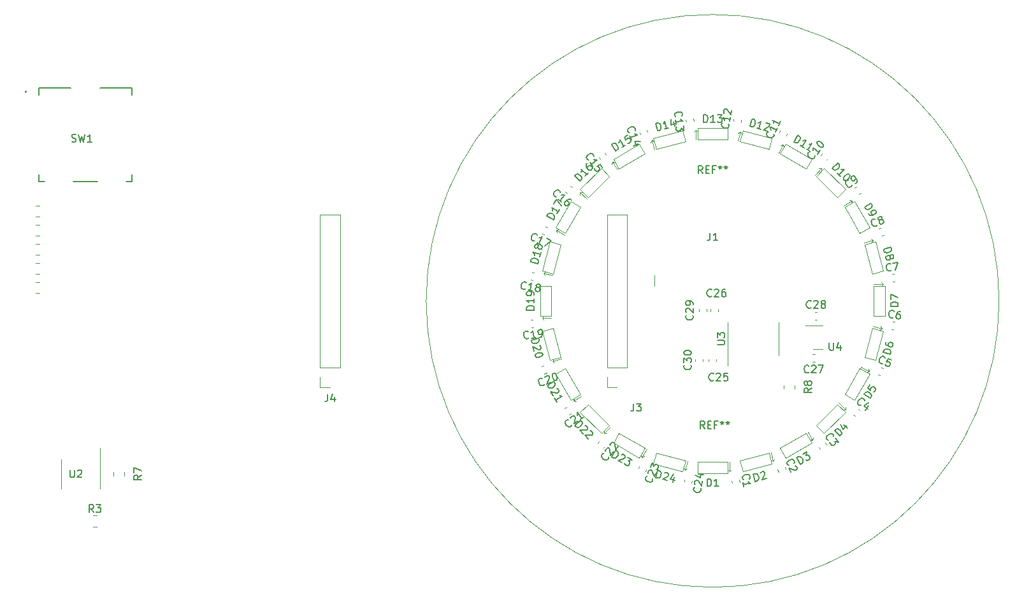
<source format=gbr>
G04 #@! TF.GenerationSoftware,KiCad,Pcbnew,7.0.2-0*
G04 #@! TF.CreationDate,2023-05-22T20:56:43-04:00*
G04 #@! TF.ProjectId,speed_joystick,73706565-645f-46a6-9f79-737469636b2e,rev?*
G04 #@! TF.SameCoordinates,Original*
G04 #@! TF.FileFunction,Legend,Top*
G04 #@! TF.FilePolarity,Positive*
%FSLAX46Y46*%
G04 Gerber Fmt 4.6, Leading zero omitted, Abs format (unit mm)*
G04 Created by KiCad (PCBNEW 7.0.2-0) date 2023-05-22 20:56:43*
%MOMM*%
%LPD*%
G01*
G04 APERTURE LIST*
%ADD10C,0.120000*%
%ADD11C,0.150000*%
%ADD12C,0.100000*%
%ADD13C,0.127000*%
%ADD14C,0.200000*%
G04 APERTURE END LIST*
D10*
X152357643Y-63500000D02*
G75*
G03*
X152357643Y-63500000I-38057643J0D01*
G01*
D11*
X114918019Y-69308804D02*
X115727542Y-69308804D01*
X115727542Y-69308804D02*
X115822780Y-69261185D01*
X115822780Y-69261185D02*
X115870400Y-69213566D01*
X115870400Y-69213566D02*
X115918019Y-69118328D01*
X115918019Y-69118328D02*
X115918019Y-68927852D01*
X115918019Y-68927852D02*
X115870400Y-68832614D01*
X115870400Y-68832614D02*
X115822780Y-68784995D01*
X115822780Y-68784995D02*
X115727542Y-68737376D01*
X115727542Y-68737376D02*
X114918019Y-68737376D01*
X114918019Y-68356423D02*
X114918019Y-67737376D01*
X114918019Y-67737376D02*
X115298971Y-68070709D01*
X115298971Y-68070709D02*
X115298971Y-67927852D01*
X115298971Y-67927852D02*
X115346590Y-67832614D01*
X115346590Y-67832614D02*
X115394209Y-67784995D01*
X115394209Y-67784995D02*
X115489447Y-67737376D01*
X115489447Y-67737376D02*
X115727542Y-67737376D01*
X115727542Y-67737376D02*
X115822780Y-67784995D01*
X115822780Y-67784995D02*
X115870400Y-67832614D01*
X115870400Y-67832614D02*
X115918019Y-67927852D01*
X115918019Y-67927852D02*
X115918019Y-68213566D01*
X115918019Y-68213566D02*
X115870400Y-68308804D01*
X115870400Y-68308804D02*
X115822780Y-68356423D01*
X129794095Y-69058619D02*
X129794095Y-69868142D01*
X129794095Y-69868142D02*
X129841714Y-69963380D01*
X129841714Y-69963380D02*
X129889333Y-70011000D01*
X129889333Y-70011000D02*
X129984571Y-70058619D01*
X129984571Y-70058619D02*
X130175047Y-70058619D01*
X130175047Y-70058619D02*
X130270285Y-70011000D01*
X130270285Y-70011000D02*
X130317904Y-69963380D01*
X130317904Y-69963380D02*
X130365523Y-69868142D01*
X130365523Y-69868142D02*
X130365523Y-69058619D01*
X131270285Y-69391952D02*
X131270285Y-70058619D01*
X131032190Y-69011000D02*
X130794095Y-69725285D01*
X130794095Y-69725285D02*
X131413142Y-69725285D01*
X127373142Y-64375380D02*
X127325523Y-64423000D01*
X127325523Y-64423000D02*
X127182666Y-64470619D01*
X127182666Y-64470619D02*
X127087428Y-64470619D01*
X127087428Y-64470619D02*
X126944571Y-64423000D01*
X126944571Y-64423000D02*
X126849333Y-64327761D01*
X126849333Y-64327761D02*
X126801714Y-64232523D01*
X126801714Y-64232523D02*
X126754095Y-64042047D01*
X126754095Y-64042047D02*
X126754095Y-63899190D01*
X126754095Y-63899190D02*
X126801714Y-63708714D01*
X126801714Y-63708714D02*
X126849333Y-63613476D01*
X126849333Y-63613476D02*
X126944571Y-63518238D01*
X126944571Y-63518238D02*
X127087428Y-63470619D01*
X127087428Y-63470619D02*
X127182666Y-63470619D01*
X127182666Y-63470619D02*
X127325523Y-63518238D01*
X127325523Y-63518238D02*
X127373142Y-63565857D01*
X127754095Y-63565857D02*
X127801714Y-63518238D01*
X127801714Y-63518238D02*
X127896952Y-63470619D01*
X127896952Y-63470619D02*
X128135047Y-63470619D01*
X128135047Y-63470619D02*
X128230285Y-63518238D01*
X128230285Y-63518238D02*
X128277904Y-63565857D01*
X128277904Y-63565857D02*
X128325523Y-63661095D01*
X128325523Y-63661095D02*
X128325523Y-63756333D01*
X128325523Y-63756333D02*
X128277904Y-63899190D01*
X128277904Y-63899190D02*
X127706476Y-64470619D01*
X127706476Y-64470619D02*
X128325523Y-64470619D01*
X128896952Y-63899190D02*
X128801714Y-63851571D01*
X128801714Y-63851571D02*
X128754095Y-63803952D01*
X128754095Y-63803952D02*
X128706476Y-63708714D01*
X128706476Y-63708714D02*
X128706476Y-63661095D01*
X128706476Y-63661095D02*
X128754095Y-63565857D01*
X128754095Y-63565857D02*
X128801714Y-63518238D01*
X128801714Y-63518238D02*
X128896952Y-63470619D01*
X128896952Y-63470619D02*
X129087428Y-63470619D01*
X129087428Y-63470619D02*
X129182666Y-63518238D01*
X129182666Y-63518238D02*
X129230285Y-63565857D01*
X129230285Y-63565857D02*
X129277904Y-63661095D01*
X129277904Y-63661095D02*
X129277904Y-63708714D01*
X129277904Y-63708714D02*
X129230285Y-63803952D01*
X129230285Y-63803952D02*
X129182666Y-63851571D01*
X129182666Y-63851571D02*
X129087428Y-63899190D01*
X129087428Y-63899190D02*
X128896952Y-63899190D01*
X128896952Y-63899190D02*
X128801714Y-63946809D01*
X128801714Y-63946809D02*
X128754095Y-63994428D01*
X128754095Y-63994428D02*
X128706476Y-64089666D01*
X128706476Y-64089666D02*
X128706476Y-64280142D01*
X128706476Y-64280142D02*
X128754095Y-64375380D01*
X128754095Y-64375380D02*
X128801714Y-64423000D01*
X128801714Y-64423000D02*
X128896952Y-64470619D01*
X128896952Y-64470619D02*
X129087428Y-64470619D01*
X129087428Y-64470619D02*
X129182666Y-64423000D01*
X129182666Y-64423000D02*
X129230285Y-64375380D01*
X129230285Y-64375380D02*
X129277904Y-64280142D01*
X129277904Y-64280142D02*
X129277904Y-64089666D01*
X129277904Y-64089666D02*
X129230285Y-63994428D01*
X129230285Y-63994428D02*
X129182666Y-63946809D01*
X129182666Y-63946809D02*
X129087428Y-63899190D01*
X111365380Y-72016857D02*
X111413000Y-72064476D01*
X111413000Y-72064476D02*
X111460619Y-72207333D01*
X111460619Y-72207333D02*
X111460619Y-72302571D01*
X111460619Y-72302571D02*
X111413000Y-72445428D01*
X111413000Y-72445428D02*
X111317761Y-72540666D01*
X111317761Y-72540666D02*
X111222523Y-72588285D01*
X111222523Y-72588285D02*
X111032047Y-72635904D01*
X111032047Y-72635904D02*
X110889190Y-72635904D01*
X110889190Y-72635904D02*
X110698714Y-72588285D01*
X110698714Y-72588285D02*
X110603476Y-72540666D01*
X110603476Y-72540666D02*
X110508238Y-72445428D01*
X110508238Y-72445428D02*
X110460619Y-72302571D01*
X110460619Y-72302571D02*
X110460619Y-72207333D01*
X110460619Y-72207333D02*
X110508238Y-72064476D01*
X110508238Y-72064476D02*
X110555857Y-72016857D01*
X110460619Y-71683523D02*
X110460619Y-71064476D01*
X110460619Y-71064476D02*
X110841571Y-71397809D01*
X110841571Y-71397809D02*
X110841571Y-71254952D01*
X110841571Y-71254952D02*
X110889190Y-71159714D01*
X110889190Y-71159714D02*
X110936809Y-71112095D01*
X110936809Y-71112095D02*
X111032047Y-71064476D01*
X111032047Y-71064476D02*
X111270142Y-71064476D01*
X111270142Y-71064476D02*
X111365380Y-71112095D01*
X111365380Y-71112095D02*
X111413000Y-71159714D01*
X111413000Y-71159714D02*
X111460619Y-71254952D01*
X111460619Y-71254952D02*
X111460619Y-71540666D01*
X111460619Y-71540666D02*
X111413000Y-71635904D01*
X111413000Y-71635904D02*
X111365380Y-71683523D01*
X110460619Y-70445428D02*
X110460619Y-70350190D01*
X110460619Y-70350190D02*
X110508238Y-70254952D01*
X110508238Y-70254952D02*
X110555857Y-70207333D01*
X110555857Y-70207333D02*
X110651095Y-70159714D01*
X110651095Y-70159714D02*
X110841571Y-70112095D01*
X110841571Y-70112095D02*
X111079666Y-70112095D01*
X111079666Y-70112095D02*
X111270142Y-70159714D01*
X111270142Y-70159714D02*
X111365380Y-70207333D01*
X111365380Y-70207333D02*
X111413000Y-70254952D01*
X111413000Y-70254952D02*
X111460619Y-70350190D01*
X111460619Y-70350190D02*
X111460619Y-70445428D01*
X111460619Y-70445428D02*
X111413000Y-70540666D01*
X111413000Y-70540666D02*
X111365380Y-70588285D01*
X111365380Y-70588285D02*
X111270142Y-70635904D01*
X111270142Y-70635904D02*
X111079666Y-70683523D01*
X111079666Y-70683523D02*
X110841571Y-70683523D01*
X110841571Y-70683523D02*
X110651095Y-70635904D01*
X110651095Y-70635904D02*
X110555857Y-70588285D01*
X110555857Y-70588285D02*
X110508238Y-70540666D01*
X110508238Y-70540666D02*
X110460619Y-70445428D01*
X111619380Y-65412857D02*
X111667000Y-65460476D01*
X111667000Y-65460476D02*
X111714619Y-65603333D01*
X111714619Y-65603333D02*
X111714619Y-65698571D01*
X111714619Y-65698571D02*
X111667000Y-65841428D01*
X111667000Y-65841428D02*
X111571761Y-65936666D01*
X111571761Y-65936666D02*
X111476523Y-65984285D01*
X111476523Y-65984285D02*
X111286047Y-66031904D01*
X111286047Y-66031904D02*
X111143190Y-66031904D01*
X111143190Y-66031904D02*
X110952714Y-65984285D01*
X110952714Y-65984285D02*
X110857476Y-65936666D01*
X110857476Y-65936666D02*
X110762238Y-65841428D01*
X110762238Y-65841428D02*
X110714619Y-65698571D01*
X110714619Y-65698571D02*
X110714619Y-65603333D01*
X110714619Y-65603333D02*
X110762238Y-65460476D01*
X110762238Y-65460476D02*
X110809857Y-65412857D01*
X110809857Y-65031904D02*
X110762238Y-64984285D01*
X110762238Y-64984285D02*
X110714619Y-64889047D01*
X110714619Y-64889047D02*
X110714619Y-64650952D01*
X110714619Y-64650952D02*
X110762238Y-64555714D01*
X110762238Y-64555714D02*
X110809857Y-64508095D01*
X110809857Y-64508095D02*
X110905095Y-64460476D01*
X110905095Y-64460476D02*
X111000333Y-64460476D01*
X111000333Y-64460476D02*
X111143190Y-64508095D01*
X111143190Y-64508095D02*
X111714619Y-65079523D01*
X111714619Y-65079523D02*
X111714619Y-64460476D01*
X111714619Y-63984285D02*
X111714619Y-63793809D01*
X111714619Y-63793809D02*
X111667000Y-63698571D01*
X111667000Y-63698571D02*
X111619380Y-63650952D01*
X111619380Y-63650952D02*
X111476523Y-63555714D01*
X111476523Y-63555714D02*
X111286047Y-63508095D01*
X111286047Y-63508095D02*
X110905095Y-63508095D01*
X110905095Y-63508095D02*
X110809857Y-63555714D01*
X110809857Y-63555714D02*
X110762238Y-63603333D01*
X110762238Y-63603333D02*
X110714619Y-63698571D01*
X110714619Y-63698571D02*
X110714619Y-63889047D01*
X110714619Y-63889047D02*
X110762238Y-63984285D01*
X110762238Y-63984285D02*
X110809857Y-64031904D01*
X110809857Y-64031904D02*
X110905095Y-64079523D01*
X110905095Y-64079523D02*
X111143190Y-64079523D01*
X111143190Y-64079523D02*
X111238428Y-64031904D01*
X111238428Y-64031904D02*
X111286047Y-63984285D01*
X111286047Y-63984285D02*
X111333666Y-63889047D01*
X111333666Y-63889047D02*
X111333666Y-63698571D01*
X111333666Y-63698571D02*
X111286047Y-63603333D01*
X111286047Y-63603333D02*
X111238428Y-63555714D01*
X111238428Y-63555714D02*
X111143190Y-63508095D01*
X127462619Y-75096666D02*
X126986428Y-75429999D01*
X127462619Y-75668094D02*
X126462619Y-75668094D01*
X126462619Y-75668094D02*
X126462619Y-75287142D01*
X126462619Y-75287142D02*
X126510238Y-75191904D01*
X126510238Y-75191904D02*
X126557857Y-75144285D01*
X126557857Y-75144285D02*
X126653095Y-75096666D01*
X126653095Y-75096666D02*
X126795952Y-75096666D01*
X126795952Y-75096666D02*
X126891190Y-75144285D01*
X126891190Y-75144285D02*
X126938809Y-75191904D01*
X126938809Y-75191904D02*
X126986428Y-75287142D01*
X126986428Y-75287142D02*
X126986428Y-75668094D01*
X126891190Y-74525237D02*
X126843571Y-74620475D01*
X126843571Y-74620475D02*
X126795952Y-74668094D01*
X126795952Y-74668094D02*
X126700714Y-74715713D01*
X126700714Y-74715713D02*
X126653095Y-74715713D01*
X126653095Y-74715713D02*
X126557857Y-74668094D01*
X126557857Y-74668094D02*
X126510238Y-74620475D01*
X126510238Y-74620475D02*
X126462619Y-74525237D01*
X126462619Y-74525237D02*
X126462619Y-74334761D01*
X126462619Y-74334761D02*
X126510238Y-74239523D01*
X126510238Y-74239523D02*
X126557857Y-74191904D01*
X126557857Y-74191904D02*
X126653095Y-74144285D01*
X126653095Y-74144285D02*
X126700714Y-74144285D01*
X126700714Y-74144285D02*
X126795952Y-74191904D01*
X126795952Y-74191904D02*
X126843571Y-74239523D01*
X126843571Y-74239523D02*
X126891190Y-74334761D01*
X126891190Y-74334761D02*
X126891190Y-74525237D01*
X126891190Y-74525237D02*
X126938809Y-74620475D01*
X126938809Y-74620475D02*
X126986428Y-74668094D01*
X126986428Y-74668094D02*
X127081666Y-74715713D01*
X127081666Y-74715713D02*
X127272142Y-74715713D01*
X127272142Y-74715713D02*
X127367380Y-74668094D01*
X127367380Y-74668094D02*
X127415000Y-74620475D01*
X127415000Y-74620475D02*
X127462619Y-74525237D01*
X127462619Y-74525237D02*
X127462619Y-74334761D01*
X127462619Y-74334761D02*
X127415000Y-74239523D01*
X127415000Y-74239523D02*
X127367380Y-74191904D01*
X127367380Y-74191904D02*
X127272142Y-74144285D01*
X127272142Y-74144285D02*
X127081666Y-74144285D01*
X127081666Y-74144285D02*
X126986428Y-74191904D01*
X126986428Y-74191904D02*
X126938809Y-74239523D01*
X126938809Y-74239523D02*
X126891190Y-74334761D01*
X127078642Y-72967380D02*
X127031023Y-73015000D01*
X127031023Y-73015000D02*
X126888166Y-73062619D01*
X126888166Y-73062619D02*
X126792928Y-73062619D01*
X126792928Y-73062619D02*
X126650071Y-73015000D01*
X126650071Y-73015000D02*
X126554833Y-72919761D01*
X126554833Y-72919761D02*
X126507214Y-72824523D01*
X126507214Y-72824523D02*
X126459595Y-72634047D01*
X126459595Y-72634047D02*
X126459595Y-72491190D01*
X126459595Y-72491190D02*
X126507214Y-72300714D01*
X126507214Y-72300714D02*
X126554833Y-72205476D01*
X126554833Y-72205476D02*
X126650071Y-72110238D01*
X126650071Y-72110238D02*
X126792928Y-72062619D01*
X126792928Y-72062619D02*
X126888166Y-72062619D01*
X126888166Y-72062619D02*
X127031023Y-72110238D01*
X127031023Y-72110238D02*
X127078642Y-72157857D01*
X127459595Y-72157857D02*
X127507214Y-72110238D01*
X127507214Y-72110238D02*
X127602452Y-72062619D01*
X127602452Y-72062619D02*
X127840547Y-72062619D01*
X127840547Y-72062619D02*
X127935785Y-72110238D01*
X127935785Y-72110238D02*
X127983404Y-72157857D01*
X127983404Y-72157857D02*
X128031023Y-72253095D01*
X128031023Y-72253095D02*
X128031023Y-72348333D01*
X128031023Y-72348333D02*
X127983404Y-72491190D01*
X127983404Y-72491190D02*
X127411976Y-73062619D01*
X127411976Y-73062619D02*
X128031023Y-73062619D01*
X128364357Y-72062619D02*
X129031023Y-72062619D01*
X129031023Y-72062619D02*
X128602452Y-73062619D01*
X114165142Y-62851380D02*
X114117523Y-62899000D01*
X114117523Y-62899000D02*
X113974666Y-62946619D01*
X113974666Y-62946619D02*
X113879428Y-62946619D01*
X113879428Y-62946619D02*
X113736571Y-62899000D01*
X113736571Y-62899000D02*
X113641333Y-62803761D01*
X113641333Y-62803761D02*
X113593714Y-62708523D01*
X113593714Y-62708523D02*
X113546095Y-62518047D01*
X113546095Y-62518047D02*
X113546095Y-62375190D01*
X113546095Y-62375190D02*
X113593714Y-62184714D01*
X113593714Y-62184714D02*
X113641333Y-62089476D01*
X113641333Y-62089476D02*
X113736571Y-61994238D01*
X113736571Y-61994238D02*
X113879428Y-61946619D01*
X113879428Y-61946619D02*
X113974666Y-61946619D01*
X113974666Y-61946619D02*
X114117523Y-61994238D01*
X114117523Y-61994238D02*
X114165142Y-62041857D01*
X114546095Y-62041857D02*
X114593714Y-61994238D01*
X114593714Y-61994238D02*
X114688952Y-61946619D01*
X114688952Y-61946619D02*
X114927047Y-61946619D01*
X114927047Y-61946619D02*
X115022285Y-61994238D01*
X115022285Y-61994238D02*
X115069904Y-62041857D01*
X115069904Y-62041857D02*
X115117523Y-62137095D01*
X115117523Y-62137095D02*
X115117523Y-62232333D01*
X115117523Y-62232333D02*
X115069904Y-62375190D01*
X115069904Y-62375190D02*
X114498476Y-62946619D01*
X114498476Y-62946619D02*
X115117523Y-62946619D01*
X115974666Y-61946619D02*
X115784190Y-61946619D01*
X115784190Y-61946619D02*
X115688952Y-61994238D01*
X115688952Y-61994238D02*
X115641333Y-62041857D01*
X115641333Y-62041857D02*
X115546095Y-62184714D01*
X115546095Y-62184714D02*
X115498476Y-62375190D01*
X115498476Y-62375190D02*
X115498476Y-62756142D01*
X115498476Y-62756142D02*
X115546095Y-62851380D01*
X115546095Y-62851380D02*
X115593714Y-62899000D01*
X115593714Y-62899000D02*
X115688952Y-62946619D01*
X115688952Y-62946619D02*
X115879428Y-62946619D01*
X115879428Y-62946619D02*
X115974666Y-62899000D01*
X115974666Y-62899000D02*
X116022285Y-62851380D01*
X116022285Y-62851380D02*
X116069904Y-62756142D01*
X116069904Y-62756142D02*
X116069904Y-62518047D01*
X116069904Y-62518047D02*
X116022285Y-62422809D01*
X116022285Y-62422809D02*
X115974666Y-62375190D01*
X115974666Y-62375190D02*
X115879428Y-62327571D01*
X115879428Y-62327571D02*
X115688952Y-62327571D01*
X115688952Y-62327571D02*
X115593714Y-62375190D01*
X115593714Y-62375190D02*
X115546095Y-62422809D01*
X115546095Y-62422809D02*
X115498476Y-62518047D01*
X114419142Y-74027380D02*
X114371523Y-74075000D01*
X114371523Y-74075000D02*
X114228666Y-74122619D01*
X114228666Y-74122619D02*
X114133428Y-74122619D01*
X114133428Y-74122619D02*
X113990571Y-74075000D01*
X113990571Y-74075000D02*
X113895333Y-73979761D01*
X113895333Y-73979761D02*
X113847714Y-73884523D01*
X113847714Y-73884523D02*
X113800095Y-73694047D01*
X113800095Y-73694047D02*
X113800095Y-73551190D01*
X113800095Y-73551190D02*
X113847714Y-73360714D01*
X113847714Y-73360714D02*
X113895333Y-73265476D01*
X113895333Y-73265476D02*
X113990571Y-73170238D01*
X113990571Y-73170238D02*
X114133428Y-73122619D01*
X114133428Y-73122619D02*
X114228666Y-73122619D01*
X114228666Y-73122619D02*
X114371523Y-73170238D01*
X114371523Y-73170238D02*
X114419142Y-73217857D01*
X114800095Y-73217857D02*
X114847714Y-73170238D01*
X114847714Y-73170238D02*
X114942952Y-73122619D01*
X114942952Y-73122619D02*
X115181047Y-73122619D01*
X115181047Y-73122619D02*
X115276285Y-73170238D01*
X115276285Y-73170238D02*
X115323904Y-73217857D01*
X115323904Y-73217857D02*
X115371523Y-73313095D01*
X115371523Y-73313095D02*
X115371523Y-73408333D01*
X115371523Y-73408333D02*
X115323904Y-73551190D01*
X115323904Y-73551190D02*
X114752476Y-74122619D01*
X114752476Y-74122619D02*
X115371523Y-74122619D01*
X116276285Y-73122619D02*
X115800095Y-73122619D01*
X115800095Y-73122619D02*
X115752476Y-73598809D01*
X115752476Y-73598809D02*
X115800095Y-73551190D01*
X115800095Y-73551190D02*
X115895333Y-73503571D01*
X115895333Y-73503571D02*
X116133428Y-73503571D01*
X116133428Y-73503571D02*
X116228666Y-73551190D01*
X116228666Y-73551190D02*
X116276285Y-73598809D01*
X116276285Y-73598809D02*
X116323904Y-73694047D01*
X116323904Y-73694047D02*
X116323904Y-73932142D01*
X116323904Y-73932142D02*
X116276285Y-74027380D01*
X116276285Y-74027380D02*
X116228666Y-74075000D01*
X116228666Y-74075000D02*
X116133428Y-74122619D01*
X116133428Y-74122619D02*
X115895333Y-74122619D01*
X115895333Y-74122619D02*
X115800095Y-74075000D01*
X115800095Y-74075000D02*
X115752476Y-74027380D01*
X129702857Y-82003780D02*
X129636343Y-81993245D01*
X129636343Y-81993245D02*
X129513849Y-81905661D01*
X129513849Y-81905661D02*
X129457869Y-81828612D01*
X129457869Y-81828612D02*
X129412425Y-81685048D01*
X129412425Y-81685048D02*
X129433494Y-81552019D01*
X129433494Y-81552019D02*
X129482554Y-81457515D01*
X129482554Y-81457515D02*
X129608662Y-81307031D01*
X129608662Y-81307031D02*
X129724236Y-81223062D01*
X129724236Y-81223062D02*
X129906325Y-81149628D01*
X129906325Y-81149628D02*
X130011364Y-81132173D01*
X130011364Y-81132173D02*
X130144392Y-81153242D01*
X130144392Y-81153242D02*
X130266886Y-81240826D01*
X130266886Y-81240826D02*
X130322866Y-81317876D01*
X130322866Y-81317876D02*
X130368311Y-81461439D01*
X130368311Y-81461439D02*
X130357776Y-81527954D01*
X130630753Y-81741646D02*
X130994620Y-82242466D01*
X130994620Y-82242466D02*
X130490495Y-82196712D01*
X130490495Y-82196712D02*
X130574464Y-82312286D01*
X130574464Y-82312286D02*
X130591919Y-82417325D01*
X130591919Y-82417325D02*
X130581384Y-82483840D01*
X130581384Y-82483840D02*
X130532325Y-82578344D01*
X130532325Y-82578344D02*
X130339702Y-82718293D01*
X130339702Y-82718293D02*
X130234663Y-82735748D01*
X130234663Y-82735748D02*
X130168148Y-82725213D01*
X130168148Y-82725213D02*
X130073644Y-82676153D01*
X130073644Y-82676153D02*
X129905706Y-82445006D01*
X129905706Y-82445006D02*
X129888251Y-82339967D01*
X129888251Y-82339967D02*
X129898786Y-82273452D01*
X132803780Y-48097142D02*
X132793245Y-48163656D01*
X132793245Y-48163656D02*
X132705661Y-48286150D01*
X132705661Y-48286150D02*
X132628612Y-48342130D01*
X132628612Y-48342130D02*
X132485048Y-48387574D01*
X132485048Y-48387574D02*
X132352019Y-48366505D01*
X132352019Y-48366505D02*
X132257515Y-48317445D01*
X132257515Y-48317445D02*
X132107031Y-48191337D01*
X132107031Y-48191337D02*
X132023062Y-48075763D01*
X132023062Y-48075763D02*
X131949628Y-47893674D01*
X131949628Y-47893674D02*
X131932173Y-47788635D01*
X131932173Y-47788635D02*
X131953242Y-47655607D01*
X131953242Y-47655607D02*
X132040826Y-47533113D01*
X132040826Y-47533113D02*
X132117876Y-47477133D01*
X132117876Y-47477133D02*
X132261439Y-47431688D01*
X132261439Y-47431688D02*
X132327954Y-47442223D01*
X133245006Y-47894293D02*
X133399104Y-47782334D01*
X133399104Y-47782334D02*
X133448163Y-47687830D01*
X133448163Y-47687830D02*
X133458698Y-47621316D01*
X133458698Y-47621316D02*
X133451778Y-47449762D01*
X133451778Y-47449762D02*
X133378344Y-47267674D01*
X133378344Y-47267674D02*
X133154426Y-46959477D01*
X133154426Y-46959477D02*
X133059921Y-46910418D01*
X133059921Y-46910418D02*
X132993407Y-46899883D01*
X132993407Y-46899883D02*
X132888368Y-46917338D01*
X132888368Y-46917338D02*
X132734270Y-47029297D01*
X132734270Y-47029297D02*
X132685210Y-47123801D01*
X132685210Y-47123801D02*
X132674675Y-47190315D01*
X132674675Y-47190315D02*
X132692130Y-47295354D01*
X132692130Y-47295354D02*
X132832079Y-47487977D01*
X132832079Y-47487977D02*
X132926583Y-47537037D01*
X132926583Y-47537037D02*
X132993098Y-47547572D01*
X132993098Y-47547572D02*
X133098137Y-47530117D01*
X133098137Y-47530117D02*
X133252235Y-47418158D01*
X133252235Y-47418158D02*
X133301295Y-47323654D01*
X133301295Y-47323654D02*
X133311829Y-47257139D01*
X133311829Y-47257139D02*
X133294374Y-47152100D01*
X63141666Y-75892619D02*
X63141666Y-76606904D01*
X63141666Y-76606904D02*
X63094047Y-76749761D01*
X63094047Y-76749761D02*
X62998809Y-76845000D01*
X62998809Y-76845000D02*
X62855952Y-76892619D01*
X62855952Y-76892619D02*
X62760714Y-76892619D01*
X64046428Y-76225952D02*
X64046428Y-76892619D01*
X63808333Y-75845000D02*
X63570238Y-76559285D01*
X63570238Y-76559285D02*
X64189285Y-76559285D01*
X119265599Y-40276488D02*
X119524418Y-39310562D01*
X119524418Y-39310562D02*
X119754400Y-39372186D01*
X119754400Y-39372186D02*
X119880065Y-39455156D01*
X119880065Y-39455156D02*
X119947408Y-39571799D01*
X119947408Y-39571799D02*
X119968756Y-39676116D01*
X119968756Y-39676116D02*
X119965453Y-39872427D01*
X119965453Y-39872427D02*
X119928479Y-40010416D01*
X119928479Y-40010416D02*
X119833184Y-40182077D01*
X119833184Y-40182077D02*
X119762538Y-40261746D01*
X119762538Y-40261746D02*
X119645895Y-40329089D01*
X119645895Y-40329089D02*
X119495581Y-40338111D01*
X119495581Y-40338111D02*
X119265599Y-40276488D01*
X120737486Y-40670879D02*
X120185528Y-40522982D01*
X120461507Y-40596931D02*
X120720326Y-39631005D01*
X120720326Y-39631005D02*
X120591359Y-39744345D01*
X120591359Y-39744345D02*
X120474717Y-39811688D01*
X120474717Y-39811688D02*
X120370399Y-39833035D01*
X121339627Y-39895544D02*
X121397948Y-39861872D01*
X121397948Y-39861872D02*
X121502266Y-39840525D01*
X121502266Y-39840525D02*
X121732248Y-39902148D01*
X121732248Y-39902148D02*
X121811917Y-39972794D01*
X121811917Y-39972794D02*
X121845588Y-40031116D01*
X121845588Y-40031116D02*
X121866935Y-40135433D01*
X121866935Y-40135433D02*
X121842286Y-40227426D01*
X121842286Y-40227426D02*
X121759315Y-40353091D01*
X121759315Y-40353091D02*
X121059461Y-40757152D01*
X121059461Y-40757152D02*
X121657415Y-40917373D01*
X95573183Y-79973118D02*
X95562648Y-80039632D01*
X95562648Y-80039632D02*
X95475064Y-80162126D01*
X95475064Y-80162126D02*
X95398015Y-80218106D01*
X95398015Y-80218106D02*
X95254451Y-80263550D01*
X95254451Y-80263550D02*
X95121423Y-80242481D01*
X95121423Y-80242481D02*
X95026918Y-80193421D01*
X95026918Y-80193421D02*
X94876435Y-80067313D01*
X94876435Y-80067313D02*
X94792465Y-79951739D01*
X94792465Y-79951739D02*
X94719031Y-79769651D01*
X94719031Y-79769651D02*
X94701576Y-79664612D01*
X94701576Y-79664612D02*
X94722646Y-79531583D01*
X94722646Y-79531583D02*
X94810230Y-79409089D01*
X94810230Y-79409089D02*
X94887279Y-79353109D01*
X94887279Y-79353109D02*
X95030843Y-79307665D01*
X95030843Y-79307665D02*
X95097357Y-79318199D01*
X95405554Y-79094281D02*
X95416089Y-79027767D01*
X95416089Y-79027767D02*
X95465148Y-78933263D01*
X95465148Y-78933263D02*
X95657771Y-78793314D01*
X95657771Y-78793314D02*
X95762810Y-78775859D01*
X95762810Y-78775859D02*
X95829325Y-78786394D01*
X95829325Y-78786394D02*
X95923829Y-78835453D01*
X95923829Y-78835453D02*
X95979809Y-78912502D01*
X95979809Y-78912502D02*
X96025253Y-79056066D01*
X96025253Y-79056066D02*
X95898835Y-79854239D01*
X95898835Y-79854239D02*
X96399655Y-79490372D01*
X97170148Y-78930576D02*
X96707852Y-79266453D01*
X96939000Y-79098515D02*
X96351215Y-78289498D01*
X96351215Y-78289498D02*
X96358135Y-78461051D01*
X96358135Y-78461051D02*
X96337065Y-78594080D01*
X96337065Y-78594080D02*
X96288006Y-78688584D01*
X90582619Y-64714285D02*
X89582619Y-64714285D01*
X89582619Y-64714285D02*
X89582619Y-64476190D01*
X89582619Y-64476190D02*
X89630238Y-64333333D01*
X89630238Y-64333333D02*
X89725476Y-64238095D01*
X89725476Y-64238095D02*
X89820714Y-64190476D01*
X89820714Y-64190476D02*
X90011190Y-64142857D01*
X90011190Y-64142857D02*
X90154047Y-64142857D01*
X90154047Y-64142857D02*
X90344523Y-64190476D01*
X90344523Y-64190476D02*
X90439761Y-64238095D01*
X90439761Y-64238095D02*
X90535000Y-64333333D01*
X90535000Y-64333333D02*
X90582619Y-64476190D01*
X90582619Y-64476190D02*
X90582619Y-64714285D01*
X90582619Y-63190476D02*
X90582619Y-63761904D01*
X90582619Y-63476190D02*
X89582619Y-63476190D01*
X89582619Y-63476190D02*
X89725476Y-63571428D01*
X89725476Y-63571428D02*
X89820714Y-63666666D01*
X89820714Y-63666666D02*
X89868333Y-63761904D01*
X90582619Y-62714285D02*
X90582619Y-62523809D01*
X90582619Y-62523809D02*
X90535000Y-62428571D01*
X90535000Y-62428571D02*
X90487380Y-62380952D01*
X90487380Y-62380952D02*
X90344523Y-62285714D01*
X90344523Y-62285714D02*
X90154047Y-62238095D01*
X90154047Y-62238095D02*
X89773095Y-62238095D01*
X89773095Y-62238095D02*
X89677857Y-62285714D01*
X89677857Y-62285714D02*
X89630238Y-62333333D01*
X89630238Y-62333333D02*
X89582619Y-62428571D01*
X89582619Y-62428571D02*
X89582619Y-62619047D01*
X89582619Y-62619047D02*
X89630238Y-62714285D01*
X89630238Y-62714285D02*
X89677857Y-62761904D01*
X89677857Y-62761904D02*
X89773095Y-62809523D01*
X89773095Y-62809523D02*
X90011190Y-62809523D01*
X90011190Y-62809523D02*
X90106428Y-62761904D01*
X90106428Y-62761904D02*
X90154047Y-62714285D01*
X90154047Y-62714285D02*
X90201666Y-62619047D01*
X90201666Y-62619047D02*
X90201666Y-62428571D01*
X90201666Y-62428571D02*
X90154047Y-62333333D01*
X90154047Y-62333333D02*
X90106428Y-62285714D01*
X90106428Y-62285714D02*
X90011190Y-62238095D01*
X97826881Y-44773183D02*
X97760367Y-44762648D01*
X97760367Y-44762648D02*
X97637873Y-44675064D01*
X97637873Y-44675064D02*
X97581893Y-44598015D01*
X97581893Y-44598015D02*
X97536449Y-44454451D01*
X97536449Y-44454451D02*
X97557518Y-44321423D01*
X97557518Y-44321423D02*
X97606578Y-44226918D01*
X97606578Y-44226918D02*
X97732686Y-44076435D01*
X97732686Y-44076435D02*
X97848260Y-43992465D01*
X97848260Y-43992465D02*
X98030348Y-43919031D01*
X98030348Y-43919031D02*
X98135387Y-43901576D01*
X98135387Y-43901576D02*
X98268416Y-43922646D01*
X98268416Y-43922646D02*
X98390910Y-44010230D01*
X98390910Y-44010230D02*
X98446890Y-44087279D01*
X98446890Y-44087279D02*
X98492334Y-44230843D01*
X98492334Y-44230843D02*
X98481800Y-44297357D01*
X98309627Y-45599655D02*
X97973750Y-45137360D01*
X98141689Y-45368507D02*
X98950706Y-44780722D01*
X98950706Y-44780722D02*
X98779152Y-44787642D01*
X98779152Y-44787642D02*
X98646123Y-44766573D01*
X98646123Y-44766573D02*
X98551619Y-44717513D01*
X99650450Y-45743838D02*
X99370552Y-45358591D01*
X99370552Y-45358591D02*
X98957316Y-45599965D01*
X98957316Y-45599965D02*
X99023831Y-45610499D01*
X99023831Y-45610499D02*
X99118335Y-45659559D01*
X99118335Y-45659559D02*
X99258284Y-45852182D01*
X99258284Y-45852182D02*
X99275739Y-45957221D01*
X99275739Y-45957221D02*
X99265204Y-46023735D01*
X99265204Y-46023735D02*
X99216144Y-46118240D01*
X99216144Y-46118240D02*
X99023521Y-46258188D01*
X99023521Y-46258188D02*
X98918482Y-46275643D01*
X98918482Y-46275643D02*
X98851968Y-46265109D01*
X98851968Y-46265109D02*
X98757464Y-46216049D01*
X98757464Y-46216049D02*
X98617515Y-46023426D01*
X98617515Y-46023426D02*
X98600060Y-45918387D01*
X98600060Y-45918387D02*
X98610595Y-45851873D01*
X124388887Y-85359832D02*
X124327366Y-85332441D01*
X124327366Y-85332441D02*
X124231714Y-85216137D01*
X124231714Y-85216137D02*
X124197584Y-85127225D01*
X124197584Y-85127225D02*
X124190845Y-84976791D01*
X124190845Y-84976791D02*
X124245627Y-84853748D01*
X124245627Y-84853748D02*
X124317474Y-84775162D01*
X124317474Y-84775162D02*
X124478234Y-84662445D01*
X124478234Y-84662445D02*
X124611602Y-84611250D01*
X124611602Y-84611250D02*
X124806492Y-84587445D01*
X124806492Y-84587445D02*
X124912470Y-84597771D01*
X124912470Y-84597771D02*
X125035513Y-84652553D01*
X125035513Y-84652553D02*
X125131164Y-84768857D01*
X125131164Y-84768857D02*
X125165294Y-84857769D01*
X125165294Y-84857769D02*
X125172034Y-85008203D01*
X125172034Y-85008203D02*
X125144643Y-85069724D01*
X125281164Y-85425374D02*
X125342685Y-85452765D01*
X125342685Y-85452765D02*
X125421272Y-85524612D01*
X125421272Y-85524612D02*
X125506597Y-85746893D01*
X125506597Y-85746893D02*
X125496271Y-85852871D01*
X125496271Y-85852871D02*
X125468880Y-85914392D01*
X125468880Y-85914392D02*
X125397033Y-85992979D01*
X125397033Y-85992979D02*
X125308121Y-86027109D01*
X125308121Y-86027109D02*
X125157687Y-86033848D01*
X125157687Y-86033848D02*
X124419431Y-85705156D01*
X124419431Y-85705156D02*
X124641277Y-86283086D01*
X118387376Y-87226172D02*
X118335040Y-87183791D01*
X118335040Y-87183791D02*
X118272749Y-87046694D01*
X118272749Y-87046694D02*
X118262794Y-86951978D01*
X118262794Y-86951978D02*
X118295220Y-86804926D01*
X118295220Y-86804926D02*
X118379981Y-86700255D01*
X118379981Y-86700255D02*
X118469720Y-86642941D01*
X118469720Y-86642941D02*
X118654175Y-86575673D01*
X118654175Y-86575673D02*
X118796249Y-86560740D01*
X118796249Y-86560740D02*
X118990660Y-86588188D01*
X118990660Y-86588188D02*
X119090354Y-86625591D01*
X119090354Y-86625591D02*
X119195025Y-86710353D01*
X119195025Y-86710353D02*
X119257316Y-86847450D01*
X119257316Y-86847450D02*
X119267271Y-86942166D01*
X119267271Y-86942166D02*
X119234846Y-87089218D01*
X119234846Y-87089218D02*
X119192465Y-87141554D01*
X118392210Y-88183291D02*
X118332480Y-87614993D01*
X118362345Y-87899142D02*
X119356867Y-87794613D01*
X119356867Y-87794613D02*
X119204837Y-87714830D01*
X119204837Y-87714830D02*
X119100166Y-87630068D01*
X119100166Y-87630068D02*
X119042853Y-87540329D01*
X131203051Y-81446874D02*
X130495944Y-80739768D01*
X130495944Y-80739768D02*
X130664303Y-80571409D01*
X130664303Y-80571409D02*
X130798990Y-80504065D01*
X130798990Y-80504065D02*
X130933677Y-80504065D01*
X130933677Y-80504065D02*
X131034692Y-80537737D01*
X131034692Y-80537737D02*
X131203051Y-80638752D01*
X131203051Y-80638752D02*
X131304066Y-80739768D01*
X131304066Y-80739768D02*
X131405081Y-80908126D01*
X131405081Y-80908126D02*
X131438753Y-81009142D01*
X131438753Y-81009142D02*
X131438753Y-81143829D01*
X131438753Y-81143829D02*
X131371410Y-81278516D01*
X131371410Y-81278516D02*
X131203051Y-81446874D01*
X131741799Y-79965317D02*
X132213203Y-80436722D01*
X131304066Y-79864302D02*
X131640784Y-80537737D01*
X131640784Y-80537737D02*
X132078516Y-80100004D01*
X138942619Y-64238094D02*
X137942619Y-64238094D01*
X137942619Y-64238094D02*
X137942619Y-63999999D01*
X137942619Y-63999999D02*
X137990238Y-63857142D01*
X137990238Y-63857142D02*
X138085476Y-63761904D01*
X138085476Y-63761904D02*
X138180714Y-63714285D01*
X138180714Y-63714285D02*
X138371190Y-63666666D01*
X138371190Y-63666666D02*
X138514047Y-63666666D01*
X138514047Y-63666666D02*
X138704523Y-63714285D01*
X138704523Y-63714285D02*
X138799761Y-63761904D01*
X138799761Y-63761904D02*
X138895000Y-63857142D01*
X138895000Y-63857142D02*
X138942619Y-63999999D01*
X138942619Y-63999999D02*
X138942619Y-64238094D01*
X137942619Y-63333332D02*
X137942619Y-62666666D01*
X137942619Y-62666666D02*
X138942619Y-63095237D01*
X106749111Y-86988662D02*
X107007930Y-86022736D01*
X107007930Y-86022736D02*
X107237912Y-86084360D01*
X107237912Y-86084360D02*
X107363577Y-86167330D01*
X107363577Y-86167330D02*
X107430920Y-86283973D01*
X107430920Y-86283973D02*
X107452268Y-86388290D01*
X107452268Y-86388290D02*
X107448965Y-86584601D01*
X107448965Y-86584601D02*
X107411991Y-86722590D01*
X107411991Y-86722590D02*
X107316696Y-86894251D01*
X107316696Y-86894251D02*
X107246050Y-86973920D01*
X107246050Y-86973920D02*
X107129407Y-87041263D01*
X107129407Y-87041263D02*
X106979093Y-87050285D01*
X106979093Y-87050285D02*
X106749111Y-86988662D01*
X107903210Y-86361223D02*
X107961531Y-86327552D01*
X107961531Y-86327552D02*
X108065849Y-86306205D01*
X108065849Y-86306205D02*
X108295831Y-86367828D01*
X108295831Y-86367828D02*
X108375499Y-86438474D01*
X108375499Y-86438474D02*
X108409171Y-86496795D01*
X108409171Y-86496795D02*
X108430518Y-86601113D01*
X108430518Y-86601113D02*
X108405869Y-86693106D01*
X108405869Y-86693106D02*
X108322898Y-86818770D01*
X108322898Y-86818770D02*
X107623044Y-87222832D01*
X107623044Y-87222832D02*
X108220998Y-87383053D01*
X109221480Y-86960947D02*
X109048934Y-87604898D01*
X109090096Y-86531352D02*
X108675243Y-87159675D01*
X108675243Y-87159675D02*
X109273197Y-87319897D01*
X112966666Y-46554619D02*
X112633333Y-46078428D01*
X112395238Y-46554619D02*
X112395238Y-45554619D01*
X112395238Y-45554619D02*
X112776190Y-45554619D01*
X112776190Y-45554619D02*
X112871428Y-45602238D01*
X112871428Y-45602238D02*
X112919047Y-45649857D01*
X112919047Y-45649857D02*
X112966666Y-45745095D01*
X112966666Y-45745095D02*
X112966666Y-45887952D01*
X112966666Y-45887952D02*
X112919047Y-45983190D01*
X112919047Y-45983190D02*
X112871428Y-46030809D01*
X112871428Y-46030809D02*
X112776190Y-46078428D01*
X112776190Y-46078428D02*
X112395238Y-46078428D01*
X113395238Y-46030809D02*
X113728571Y-46030809D01*
X113871428Y-46554619D02*
X113395238Y-46554619D01*
X113395238Y-46554619D02*
X113395238Y-45554619D01*
X113395238Y-45554619D02*
X113871428Y-45554619D01*
X114633333Y-46030809D02*
X114300000Y-46030809D01*
X114300000Y-46554619D02*
X114300000Y-45554619D01*
X114300000Y-45554619D02*
X114776190Y-45554619D01*
X115300000Y-45554619D02*
X115300000Y-45792714D01*
X115061905Y-45697476D02*
X115300000Y-45792714D01*
X115300000Y-45792714D02*
X115538095Y-45697476D01*
X115157143Y-45983190D02*
X115300000Y-45792714D01*
X115300000Y-45792714D02*
X115442857Y-45983190D01*
X116061905Y-45554619D02*
X116061905Y-45792714D01*
X115823810Y-45697476D02*
X116061905Y-45792714D01*
X116061905Y-45792714D02*
X116300000Y-45697476D01*
X115919048Y-45983190D02*
X116061905Y-45792714D01*
X116061905Y-45792714D02*
X116204762Y-45983190D01*
X96016407Y-80066333D02*
X96723514Y-79359226D01*
X96723514Y-79359226D02*
X96891872Y-79527585D01*
X96891872Y-79527585D02*
X96959216Y-79662272D01*
X96959216Y-79662272D02*
X96959216Y-79796959D01*
X96959216Y-79796959D02*
X96925544Y-79897974D01*
X96925544Y-79897974D02*
X96824529Y-80066333D01*
X96824529Y-80066333D02*
X96723514Y-80167348D01*
X96723514Y-80167348D02*
X96555155Y-80268363D01*
X96555155Y-80268363D02*
X96454140Y-80302035D01*
X96454140Y-80302035D02*
X96319453Y-80302035D01*
X96319453Y-80302035D02*
X96184765Y-80234692D01*
X96184765Y-80234692D02*
X96016407Y-80066333D01*
X97329605Y-80100005D02*
X97396949Y-80100005D01*
X97396949Y-80100005D02*
X97497964Y-80133676D01*
X97497964Y-80133676D02*
X97666323Y-80302035D01*
X97666323Y-80302035D02*
X97699994Y-80403050D01*
X97699994Y-80403050D02*
X97699994Y-80470394D01*
X97699994Y-80470394D02*
X97666323Y-80571409D01*
X97666323Y-80571409D02*
X97598979Y-80638753D01*
X97598979Y-80638753D02*
X97464292Y-80706096D01*
X97464292Y-80706096D02*
X96656170Y-80706096D01*
X96656170Y-80706096D02*
X97093903Y-81143829D01*
X98003040Y-80773440D02*
X98070384Y-80773440D01*
X98070384Y-80773440D02*
X98171399Y-80807111D01*
X98171399Y-80807111D02*
X98339758Y-80975470D01*
X98339758Y-80975470D02*
X98373429Y-81076485D01*
X98373429Y-81076485D02*
X98373429Y-81143829D01*
X98373429Y-81143829D02*
X98339758Y-81244844D01*
X98339758Y-81244844D02*
X98272414Y-81312188D01*
X98272414Y-81312188D02*
X98137727Y-81379531D01*
X98137727Y-81379531D02*
X97329605Y-81379531D01*
X97329605Y-81379531D02*
X97767338Y-81817264D01*
X106988580Y-40905048D02*
X106729761Y-39939123D01*
X106729761Y-39939123D02*
X106959743Y-39877499D01*
X106959743Y-39877499D02*
X107110058Y-39886521D01*
X107110058Y-39886521D02*
X107226700Y-39953865D01*
X107226700Y-39953865D02*
X107297346Y-40033533D01*
X107297346Y-40033533D02*
X107392641Y-40205194D01*
X107392641Y-40205194D02*
X107429615Y-40343184D01*
X107429615Y-40343184D02*
X107432918Y-40539494D01*
X107432918Y-40539494D02*
X107411571Y-40643812D01*
X107411571Y-40643812D02*
X107344227Y-40760454D01*
X107344227Y-40760454D02*
X107218562Y-40843425D01*
X107218562Y-40843425D02*
X106988580Y-40905048D01*
X108460467Y-40510658D02*
X107908510Y-40658554D01*
X108184488Y-40584606D02*
X107925669Y-39618680D01*
X107925669Y-39618680D02*
X107870650Y-39781319D01*
X107870650Y-39781319D02*
X107803307Y-39897961D01*
X107803307Y-39897961D02*
X107723639Y-39968607D01*
X109115858Y-39644862D02*
X109288404Y-40288813D01*
X108787277Y-39338514D02*
X108742166Y-40090085D01*
X108742166Y-40090085D02*
X109340120Y-39929863D01*
X125107088Y-42353002D02*
X125607088Y-41486977D01*
X125607088Y-41486977D02*
X125813284Y-41606025D01*
X125813284Y-41606025D02*
X125913193Y-41718693D01*
X125913193Y-41718693D02*
X125948052Y-41848790D01*
X125948052Y-41848790D02*
X125941672Y-41955078D01*
X125941672Y-41955078D02*
X125887674Y-42143845D01*
X125887674Y-42143845D02*
X125816245Y-42267563D01*
X125816245Y-42267563D02*
X125679768Y-42408711D01*
X125679768Y-42408711D02*
X125590909Y-42467380D01*
X125590909Y-42467380D02*
X125460812Y-42502239D01*
X125460812Y-42502239D02*
X125313284Y-42472050D01*
X125313284Y-42472050D02*
X125107088Y-42353002D01*
X126426745Y-43114907D02*
X125931874Y-42829193D01*
X126179310Y-42972050D02*
X126679310Y-42106025D01*
X126679310Y-42106025D02*
X126525402Y-42182124D01*
X126525402Y-42182124D02*
X126395305Y-42216983D01*
X126395305Y-42216983D02*
X126289017Y-42210603D01*
X127251532Y-43591098D02*
X126756660Y-43305383D01*
X127004096Y-43448241D02*
X127504096Y-42582215D01*
X127504096Y-42582215D02*
X127350189Y-42658314D01*
X127350189Y-42658314D02*
X127220091Y-42693174D01*
X127220091Y-42693174D02*
X127113803Y-42686794D01*
X137911909Y-70590923D02*
X136945983Y-70332104D01*
X136945983Y-70332104D02*
X137007607Y-70102122D01*
X137007607Y-70102122D02*
X137090578Y-69976457D01*
X137090578Y-69976457D02*
X137207220Y-69909113D01*
X137207220Y-69909113D02*
X137311538Y-69887766D01*
X137311538Y-69887766D02*
X137507848Y-69891069D01*
X137507848Y-69891069D02*
X137645838Y-69928043D01*
X137645838Y-69928043D02*
X137817499Y-70023338D01*
X137817499Y-70023338D02*
X137897167Y-70093984D01*
X137897167Y-70093984D02*
X137964510Y-70210626D01*
X137964510Y-70210626D02*
X137973533Y-70360941D01*
X137973533Y-70360941D02*
X137911909Y-70590923D01*
X137315725Y-68952210D02*
X137266426Y-69136196D01*
X137266426Y-69136196D02*
X137287773Y-69240513D01*
X137287773Y-69240513D02*
X137321445Y-69298835D01*
X137321445Y-69298835D02*
X137434785Y-69427802D01*
X137434785Y-69427802D02*
X137606446Y-69523097D01*
X137606446Y-69523097D02*
X137974418Y-69621695D01*
X137974418Y-69621695D02*
X138078735Y-69600348D01*
X138078735Y-69600348D02*
X138137056Y-69566676D01*
X138137056Y-69566676D02*
X138207702Y-69487008D01*
X138207702Y-69487008D02*
X138257001Y-69303022D01*
X138257001Y-69303022D02*
X138235654Y-69198704D01*
X138235654Y-69198704D02*
X138201982Y-69140383D01*
X138201982Y-69140383D02*
X138122314Y-69069737D01*
X138122314Y-69069737D02*
X137892332Y-69008113D01*
X137892332Y-69008113D02*
X137788014Y-69029461D01*
X137788014Y-69029461D02*
X137729693Y-69063132D01*
X137729693Y-69063132D02*
X137659047Y-69142800D01*
X137659047Y-69142800D02*
X137609748Y-69326786D01*
X137609748Y-69326786D02*
X137631095Y-69431104D01*
X137631095Y-69431104D02*
X137664767Y-69489425D01*
X137664767Y-69489425D02*
X137744435Y-69560071D01*
X90182777Y-68705068D02*
X91148702Y-68446249D01*
X91148702Y-68446249D02*
X91210326Y-68676231D01*
X91210326Y-68676231D02*
X91201304Y-68826546D01*
X91201304Y-68826546D02*
X91133960Y-68943188D01*
X91133960Y-68943188D02*
X91054292Y-69013834D01*
X91054292Y-69013834D02*
X90882631Y-69109129D01*
X90882631Y-69109129D02*
X90744641Y-69146103D01*
X90744641Y-69146103D02*
X90548331Y-69149406D01*
X90548331Y-69149406D02*
X90444013Y-69128059D01*
X90444013Y-69128059D02*
X90327371Y-69060715D01*
X90327371Y-69060715D02*
X90244400Y-68935050D01*
X90244400Y-68935050D02*
X90182777Y-68705068D01*
X91303204Y-69390828D02*
X91361525Y-69424500D01*
X91361525Y-69424500D02*
X91432171Y-69504168D01*
X91432171Y-69504168D02*
X91493794Y-69734150D01*
X91493794Y-69734150D02*
X91472447Y-69838468D01*
X91472447Y-69838468D02*
X91438776Y-69896789D01*
X91438776Y-69896789D02*
X91359107Y-69967435D01*
X91359107Y-69967435D02*
X91267114Y-69992084D01*
X91267114Y-69992084D02*
X91116800Y-69983062D01*
X91116800Y-69983062D02*
X90416946Y-69579001D01*
X90416946Y-69579001D02*
X90577167Y-70176955D01*
X91703315Y-70516090D02*
X91727964Y-70608083D01*
X91727964Y-70608083D02*
X91706617Y-70712401D01*
X91706617Y-70712401D02*
X91672945Y-70770722D01*
X91672945Y-70770722D02*
X91593277Y-70841368D01*
X91593277Y-70841368D02*
X91421616Y-70936663D01*
X91421616Y-70936663D02*
X91191634Y-70998287D01*
X91191634Y-70998287D02*
X90995323Y-71001589D01*
X90995323Y-71001589D02*
X90891005Y-70980242D01*
X90891005Y-70980242D02*
X90832684Y-70946570D01*
X90832684Y-70946570D02*
X90762038Y-70866902D01*
X90762038Y-70866902D02*
X90737389Y-70774909D01*
X90737389Y-70774909D02*
X90758736Y-70670592D01*
X90758736Y-70670592D02*
X90792408Y-70612270D01*
X90792408Y-70612270D02*
X90872076Y-70541625D01*
X90872076Y-70541625D02*
X91043737Y-70446329D01*
X91043737Y-70446329D02*
X91273719Y-70384706D01*
X91273719Y-70384706D02*
X91470030Y-70381403D01*
X91470030Y-70381403D02*
X91574348Y-70402750D01*
X91574348Y-70402750D02*
X91632669Y-70436422D01*
X91632669Y-70436422D02*
X91703315Y-70516090D01*
X125982100Y-85210181D02*
X125482100Y-84344155D01*
X125482100Y-84344155D02*
X125688297Y-84225108D01*
X125688297Y-84225108D02*
X125835824Y-84194918D01*
X125835824Y-84194918D02*
X125965922Y-84229778D01*
X125965922Y-84229778D02*
X126054780Y-84288447D01*
X126054780Y-84288447D02*
X126191258Y-84429595D01*
X126191258Y-84429595D02*
X126262686Y-84553313D01*
X126262686Y-84553313D02*
X126316685Y-84742079D01*
X126316685Y-84742079D02*
X126323065Y-84848368D01*
X126323065Y-84848368D02*
X126288205Y-84978465D01*
X126288205Y-84978465D02*
X126188297Y-85091133D01*
X126188297Y-85091133D02*
X125982100Y-85210181D01*
X126265647Y-83891774D02*
X126801758Y-83582251D01*
X126801758Y-83582251D02*
X126703559Y-84078832D01*
X126703559Y-84078832D02*
X126827277Y-84007403D01*
X126827277Y-84007403D02*
X126933565Y-84001023D01*
X126933565Y-84001023D02*
X126998614Y-84018453D01*
X126998614Y-84018453D02*
X127087472Y-84077122D01*
X127087472Y-84077122D02*
X127206520Y-84283319D01*
X127206520Y-84283319D02*
X127212900Y-84389607D01*
X127212900Y-84389607D02*
X127195470Y-84454656D01*
X127195470Y-84454656D02*
X127136801Y-84543514D01*
X127136801Y-84543514D02*
X126889365Y-84686371D01*
X126889365Y-84686371D02*
X126783077Y-84692751D01*
X126783077Y-84692751D02*
X126718028Y-84675321D01*
X106318660Y-87129547D02*
X106342794Y-87192418D01*
X106342794Y-87192418D02*
X106328191Y-87342293D01*
X106328191Y-87342293D02*
X106289454Y-87429297D01*
X106289454Y-87429297D02*
X106187847Y-87540435D01*
X106187847Y-87540435D02*
X106062105Y-87588702D01*
X106062105Y-87588702D02*
X105955733Y-87593468D01*
X105955733Y-87593468D02*
X105762356Y-87559496D01*
X105762356Y-87559496D02*
X105631849Y-87501391D01*
X105631849Y-87501391D02*
X105477209Y-87380415D01*
X105477209Y-87380415D02*
X105409573Y-87298176D01*
X105409573Y-87298176D02*
X105361305Y-87172435D01*
X105361305Y-87172435D02*
X105375909Y-87022560D01*
X105375909Y-87022560D02*
X105414645Y-86935556D01*
X105414645Y-86935556D02*
X105516253Y-86824418D01*
X105516253Y-86824418D02*
X105579123Y-86800284D01*
X105734071Y-86452267D02*
X105709937Y-86389396D01*
X105709937Y-86389396D02*
X105705172Y-86283023D01*
X105705172Y-86283023D02*
X105802014Y-86065513D01*
X105802014Y-86065513D02*
X105884253Y-85997877D01*
X105884253Y-85997877D02*
X105947123Y-85973743D01*
X105947123Y-85973743D02*
X106053496Y-85968978D01*
X106053496Y-85968978D02*
X106140500Y-86007714D01*
X106140500Y-86007714D02*
X106251638Y-86109322D01*
X106251638Y-86109322D02*
X106541243Y-86863769D01*
X106541243Y-86863769D02*
X106793033Y-86298241D01*
X106015066Y-85586989D02*
X106266855Y-85021461D01*
X106266855Y-85021461D02*
X106479294Y-85480923D01*
X106479294Y-85480923D02*
X106537399Y-85350417D01*
X106537399Y-85350417D02*
X106619638Y-85282781D01*
X106619638Y-85282781D02*
X106682509Y-85258647D01*
X106682509Y-85258647D02*
X106788881Y-85253882D01*
X106788881Y-85253882D02*
X107006392Y-85350724D01*
X107006392Y-85350724D02*
X107074028Y-85432963D01*
X107074028Y-85432963D02*
X107098162Y-85495833D01*
X107098162Y-85495833D02*
X107102927Y-85602206D01*
X107102927Y-85602206D02*
X106986717Y-85863219D01*
X106986717Y-85863219D02*
X106904478Y-85930855D01*
X106904478Y-85930855D02*
X106841607Y-85954989D01*
X92351723Y-74769707D02*
X93217748Y-74269707D01*
X93217748Y-74269707D02*
X93336796Y-74475903D01*
X93336796Y-74475903D02*
X93366985Y-74623431D01*
X93366985Y-74623431D02*
X93332125Y-74753528D01*
X93332125Y-74753528D02*
X93273456Y-74842387D01*
X93273456Y-74842387D02*
X93132309Y-74978864D01*
X93132309Y-74978864D02*
X93008591Y-75050293D01*
X93008591Y-75050293D02*
X92819824Y-75104291D01*
X92819824Y-75104291D02*
X92713536Y-75110671D01*
X92713536Y-75110671D02*
X92583438Y-75075812D01*
X92583438Y-75075812D02*
X92470770Y-74975903D01*
X92470770Y-74975903D02*
X92351723Y-74769707D01*
X93611460Y-75142112D02*
X93676509Y-75159542D01*
X93676509Y-75159542D02*
X93765367Y-75218211D01*
X93765367Y-75218211D02*
X93884415Y-75424407D01*
X93884415Y-75424407D02*
X93890795Y-75530695D01*
X93890795Y-75530695D02*
X93873365Y-75595744D01*
X93873365Y-75595744D02*
X93814696Y-75684603D01*
X93814696Y-75684603D02*
X93732217Y-75732222D01*
X93732217Y-75732222D02*
X93584690Y-75762411D01*
X93584690Y-75762411D02*
X92804104Y-75553254D01*
X92804104Y-75553254D02*
X93113628Y-76089364D01*
X93589818Y-76914151D02*
X93304104Y-76419279D01*
X93446961Y-76666715D02*
X94312986Y-76166715D01*
X94312986Y-76166715D02*
X94141649Y-76155665D01*
X94141649Y-76155665D02*
X94011552Y-76120805D01*
X94011552Y-76120805D02*
X93922693Y-76062136D01*
X91076488Y-58534400D02*
X90110562Y-58275581D01*
X90110562Y-58275581D02*
X90172186Y-58045599D01*
X90172186Y-58045599D02*
X90255156Y-57919934D01*
X90255156Y-57919934D02*
X90371799Y-57852591D01*
X90371799Y-57852591D02*
X90476116Y-57831243D01*
X90476116Y-57831243D02*
X90672427Y-57834546D01*
X90672427Y-57834546D02*
X90810416Y-57871520D01*
X90810416Y-57871520D02*
X90982077Y-57966815D01*
X90982077Y-57966815D02*
X91061746Y-58037461D01*
X91061746Y-58037461D02*
X91129089Y-58154104D01*
X91129089Y-58154104D02*
X91138111Y-58304418D01*
X91138111Y-58304418D02*
X91076488Y-58534400D01*
X91470879Y-57062513D02*
X91322982Y-57614471D01*
X91396931Y-57338492D02*
X90431005Y-57079673D01*
X90431005Y-57079673D02*
X90544345Y-57208640D01*
X90544345Y-57208640D02*
X90611688Y-57325282D01*
X90611688Y-57325282D02*
X90633035Y-57429600D01*
X91066818Y-56362659D02*
X90996172Y-56442327D01*
X90996172Y-56442327D02*
X90937851Y-56475999D01*
X90937851Y-56475999D02*
X90833533Y-56497346D01*
X90833533Y-56497346D02*
X90787537Y-56485021D01*
X90787537Y-56485021D02*
X90707868Y-56414375D01*
X90707868Y-56414375D02*
X90674197Y-56356054D01*
X90674197Y-56356054D02*
X90652850Y-56251736D01*
X90652850Y-56251736D02*
X90702148Y-56067751D01*
X90702148Y-56067751D02*
X90772794Y-55988082D01*
X90772794Y-55988082D02*
X90831116Y-55954411D01*
X90831116Y-55954411D02*
X90935433Y-55933064D01*
X90935433Y-55933064D02*
X90981430Y-55945388D01*
X90981430Y-55945388D02*
X91061098Y-56016034D01*
X91061098Y-56016034D02*
X91094770Y-56074355D01*
X91094770Y-56074355D02*
X91116117Y-56178673D01*
X91116117Y-56178673D02*
X91066818Y-56362659D01*
X91066818Y-56362659D02*
X91088165Y-56466977D01*
X91088165Y-56466977D02*
X91121837Y-56525298D01*
X91121837Y-56525298D02*
X91201505Y-56595944D01*
X91201505Y-56595944D02*
X91385491Y-56645242D01*
X91385491Y-56645242D02*
X91489808Y-56623895D01*
X91489808Y-56623895D02*
X91548130Y-56590224D01*
X91548130Y-56590224D02*
X91618775Y-56510555D01*
X91618775Y-56510555D02*
X91668074Y-56326570D01*
X91668074Y-56326570D02*
X91646727Y-56222252D01*
X91646727Y-56222252D02*
X91613056Y-56163931D01*
X91613056Y-56163931D02*
X91533387Y-56093285D01*
X91533387Y-56093285D02*
X91349401Y-56043986D01*
X91349401Y-56043986D02*
X91245084Y-56065333D01*
X91245084Y-56065333D02*
X91186763Y-56099005D01*
X91186763Y-56099005D02*
X91116117Y-56178673D01*
X137018198Y-56648545D02*
X137984124Y-56389726D01*
X137984124Y-56389726D02*
X138045747Y-56619709D01*
X138045747Y-56619709D02*
X138036725Y-56770023D01*
X138036725Y-56770023D02*
X137969381Y-56886665D01*
X137969381Y-56886665D02*
X137889713Y-56957311D01*
X137889713Y-56957311D02*
X137718052Y-57052606D01*
X137718052Y-57052606D02*
X137580063Y-57089580D01*
X137580063Y-57089580D02*
X137383752Y-57092883D01*
X137383752Y-57092883D02*
X137279434Y-57071536D01*
X137279434Y-57071536D02*
X137162792Y-57004192D01*
X137162792Y-57004192D02*
X137079821Y-56878528D01*
X137079821Y-56878528D02*
X137018198Y-56648545D01*
X137865949Y-57604564D02*
X137887296Y-57500246D01*
X137887296Y-57500246D02*
X137920967Y-57441925D01*
X137920967Y-57441925D02*
X138000636Y-57371279D01*
X138000636Y-57371279D02*
X138046632Y-57358955D01*
X138046632Y-57358955D02*
X138150950Y-57380302D01*
X138150950Y-57380302D02*
X138209271Y-57413973D01*
X138209271Y-57413973D02*
X138279917Y-57493642D01*
X138279917Y-57493642D02*
X138329216Y-57677627D01*
X138329216Y-57677627D02*
X138307869Y-57781945D01*
X138307869Y-57781945D02*
X138274197Y-57840266D01*
X138274197Y-57840266D02*
X138194529Y-57910912D01*
X138194529Y-57910912D02*
X138148532Y-57923237D01*
X138148532Y-57923237D02*
X138044215Y-57901890D01*
X138044215Y-57901890D02*
X137985893Y-57868218D01*
X137985893Y-57868218D02*
X137915248Y-57788550D01*
X137915248Y-57788550D02*
X137865949Y-57604564D01*
X137865949Y-57604564D02*
X137795303Y-57524896D01*
X137795303Y-57524896D02*
X137736982Y-57491224D01*
X137736982Y-57491224D02*
X137632664Y-57469877D01*
X137632664Y-57469877D02*
X137448678Y-57519176D01*
X137448678Y-57519176D02*
X137369010Y-57589822D01*
X137369010Y-57589822D02*
X137335338Y-57648143D01*
X137335338Y-57648143D02*
X137313991Y-57752461D01*
X137313991Y-57752461D02*
X137363290Y-57936446D01*
X137363290Y-57936446D02*
X137433936Y-58016115D01*
X137433936Y-58016115D02*
X137492257Y-58049786D01*
X137492257Y-58049786D02*
X137596575Y-58071133D01*
X137596575Y-58071133D02*
X137780561Y-58021835D01*
X137780561Y-58021835D02*
X137860229Y-57951189D01*
X137860229Y-57951189D02*
X137893900Y-57892867D01*
X137893900Y-57892867D02*
X137915248Y-57788550D01*
X28918095Y-85962619D02*
X28918095Y-86772142D01*
X28918095Y-86772142D02*
X28965714Y-86867380D01*
X28965714Y-86867380D02*
X29013333Y-86915000D01*
X29013333Y-86915000D02*
X29108571Y-86962619D01*
X29108571Y-86962619D02*
X29299047Y-86962619D01*
X29299047Y-86962619D02*
X29394285Y-86915000D01*
X29394285Y-86915000D02*
X29441904Y-86867380D01*
X29441904Y-86867380D02*
X29489523Y-86772142D01*
X29489523Y-86772142D02*
X29489523Y-85962619D01*
X29918095Y-86057857D02*
X29965714Y-86010238D01*
X29965714Y-86010238D02*
X30060952Y-85962619D01*
X30060952Y-85962619D02*
X30299047Y-85962619D01*
X30299047Y-85962619D02*
X30394285Y-86010238D01*
X30394285Y-86010238D02*
X30441904Y-86057857D01*
X30441904Y-86057857D02*
X30489523Y-86153095D01*
X30489523Y-86153095D02*
X30489523Y-86248333D01*
X30489523Y-86248333D02*
X30441904Y-86391190D01*
X30441904Y-86391190D02*
X29870476Y-86962619D01*
X29870476Y-86962619D02*
X30489523Y-86962619D01*
X119965033Y-87493975D02*
X119706214Y-86528049D01*
X119706214Y-86528049D02*
X119936197Y-86466426D01*
X119936197Y-86466426D02*
X120086511Y-86475448D01*
X120086511Y-86475448D02*
X120203153Y-86542792D01*
X120203153Y-86542792D02*
X120273799Y-86622460D01*
X120273799Y-86622460D02*
X120369094Y-86794121D01*
X120369094Y-86794121D02*
X120406068Y-86932110D01*
X120406068Y-86932110D02*
X120409371Y-87128421D01*
X120409371Y-87128421D02*
X120388024Y-87232739D01*
X120388024Y-87232739D02*
X120320680Y-87349381D01*
X120320680Y-87349381D02*
X120195016Y-87432352D01*
X120195016Y-87432352D02*
X119965033Y-87493975D01*
X120650793Y-86373548D02*
X120684465Y-86315227D01*
X120684465Y-86315227D02*
X120764133Y-86244581D01*
X120764133Y-86244581D02*
X120994115Y-86182957D01*
X120994115Y-86182957D02*
X121098433Y-86204304D01*
X121098433Y-86204304D02*
X121156754Y-86237976D01*
X121156754Y-86237976D02*
X121227400Y-86317644D01*
X121227400Y-86317644D02*
X121252050Y-86409637D01*
X121252050Y-86409637D02*
X121243027Y-86559951D01*
X121243027Y-86559951D02*
X120838966Y-87259806D01*
X120838966Y-87259806D02*
X121436920Y-87099584D01*
X89845542Y-68402731D02*
X89803161Y-68455067D01*
X89803161Y-68455067D02*
X89666064Y-68517357D01*
X89666064Y-68517357D02*
X89571348Y-68527312D01*
X89571348Y-68527312D02*
X89424296Y-68494887D01*
X89424296Y-68494887D02*
X89319624Y-68410126D01*
X89319624Y-68410126D02*
X89262311Y-68320387D01*
X89262311Y-68320387D02*
X89195042Y-68135932D01*
X89195042Y-68135932D02*
X89180110Y-67993857D01*
X89180110Y-67993857D02*
X89207558Y-67799447D01*
X89207558Y-67799447D02*
X89244961Y-67699753D01*
X89244961Y-67699753D02*
X89329722Y-67595081D01*
X89329722Y-67595081D02*
X89466819Y-67532791D01*
X89466819Y-67532791D02*
X89561536Y-67522835D01*
X89561536Y-67522835D02*
X89708588Y-67555261D01*
X89708588Y-67555261D02*
X89760923Y-67597642D01*
X90802661Y-68397896D02*
X90234362Y-68457627D01*
X90518511Y-68427762D02*
X90413983Y-67433240D01*
X90413983Y-67433240D02*
X90334199Y-67585269D01*
X90334199Y-67585269D02*
X90249438Y-67689941D01*
X90249438Y-67689941D02*
X90159699Y-67747254D01*
X91276242Y-68348121D02*
X91465675Y-68328211D01*
X91465675Y-68328211D02*
X91555414Y-68270897D01*
X91555414Y-68270897D02*
X91597795Y-68218562D01*
X91597795Y-68218562D02*
X91677578Y-68066532D01*
X91677578Y-68066532D02*
X91705026Y-67872122D01*
X91705026Y-67872122D02*
X91665206Y-67493256D01*
X91665206Y-67493256D02*
X91607893Y-67403517D01*
X91607893Y-67403517D02*
X91555557Y-67361137D01*
X91555557Y-67361137D02*
X91455863Y-67323734D01*
X91455863Y-67323734D02*
X91266430Y-67343644D01*
X91266430Y-67343644D02*
X91176692Y-67400957D01*
X91176692Y-67400957D02*
X91134311Y-67453293D01*
X91134311Y-67453293D02*
X91096908Y-67552987D01*
X91096908Y-67552987D02*
X91121795Y-67789778D01*
X91121795Y-67789778D02*
X91179109Y-67879516D01*
X91179109Y-67879516D02*
X91231445Y-67921897D01*
X91231445Y-67921897D02*
X91331138Y-67959300D01*
X91331138Y-67959300D02*
X91520571Y-67939390D01*
X91520571Y-67939390D02*
X91610310Y-67882077D01*
X91610310Y-67882077D02*
X91652691Y-67829741D01*
X91652691Y-67829741D02*
X91690094Y-67730047D01*
X109397268Y-39045542D02*
X109344932Y-39003161D01*
X109344932Y-39003161D02*
X109282642Y-38866064D01*
X109282642Y-38866064D02*
X109272687Y-38771348D01*
X109272687Y-38771348D02*
X109305112Y-38624296D01*
X109305112Y-38624296D02*
X109389873Y-38519624D01*
X109389873Y-38519624D02*
X109479612Y-38462311D01*
X109479612Y-38462311D02*
X109664067Y-38395042D01*
X109664067Y-38395042D02*
X109806142Y-38380110D01*
X109806142Y-38380110D02*
X110000552Y-38407558D01*
X110000552Y-38407558D02*
X110100246Y-38444961D01*
X110100246Y-38444961D02*
X110204918Y-38529722D01*
X110204918Y-38529722D02*
X110267208Y-38666819D01*
X110267208Y-38666819D02*
X110277164Y-38761536D01*
X110277164Y-38761536D02*
X110244738Y-38908588D01*
X110244738Y-38908588D02*
X110202357Y-38960923D01*
X109402103Y-40002661D02*
X109342372Y-39434362D01*
X109372237Y-39718511D02*
X110366759Y-39613983D01*
X110366759Y-39613983D02*
X110214730Y-39534199D01*
X110214730Y-39534199D02*
X110110058Y-39449438D01*
X110110058Y-39449438D02*
X110052745Y-39359699D01*
X110431467Y-40229639D02*
X110496176Y-40845296D01*
X110496176Y-40845296D02*
X110082467Y-40553609D01*
X110082467Y-40553609D02*
X110097400Y-40695683D01*
X110097400Y-40695683D02*
X110059997Y-40795377D01*
X110059997Y-40795377D02*
X110017616Y-40847713D01*
X110017616Y-40847713D02*
X109927877Y-40905026D01*
X109927877Y-40905026D02*
X109691086Y-40929914D01*
X109691086Y-40929914D02*
X109591393Y-40892511D01*
X109591393Y-40892511D02*
X109539057Y-40850130D01*
X109539057Y-40850130D02*
X109481744Y-40760392D01*
X109481744Y-40760392D02*
X109451878Y-40476242D01*
X109451878Y-40476242D02*
X109489281Y-40376549D01*
X109489281Y-40376549D02*
X109531662Y-40324213D01*
X101389707Y-43567288D02*
X100889707Y-42701263D01*
X100889707Y-42701263D02*
X101095903Y-42582215D01*
X101095903Y-42582215D02*
X101243431Y-42552026D01*
X101243431Y-42552026D02*
X101373528Y-42586886D01*
X101373528Y-42586886D02*
X101462387Y-42645555D01*
X101462387Y-42645555D02*
X101598864Y-42786702D01*
X101598864Y-42786702D02*
X101670293Y-42910420D01*
X101670293Y-42910420D02*
X101724291Y-43099187D01*
X101724291Y-43099187D02*
X101730671Y-43205475D01*
X101730671Y-43205475D02*
X101695812Y-43335573D01*
X101695812Y-43335573D02*
X101595903Y-43448241D01*
X101595903Y-43448241D02*
X101389707Y-43567288D01*
X102709364Y-42805383D02*
X102214493Y-43091098D01*
X102461929Y-42948241D02*
X101961929Y-42082215D01*
X101961929Y-42082215D02*
X101950879Y-42253552D01*
X101950879Y-42253552D02*
X101916019Y-42383650D01*
X101916019Y-42383650D02*
X101857350Y-42472508D01*
X102992911Y-41486977D02*
X102580518Y-41725072D01*
X102580518Y-41725072D02*
X102777374Y-42161275D01*
X102777374Y-42161275D02*
X102794804Y-42096226D01*
X102794804Y-42096226D02*
X102853473Y-42007368D01*
X102853473Y-42007368D02*
X103059670Y-41888320D01*
X103059670Y-41888320D02*
X103165958Y-41881940D01*
X103165958Y-41881940D02*
X103231007Y-41899370D01*
X103231007Y-41899370D02*
X103319865Y-41958039D01*
X103319865Y-41958039D02*
X103438913Y-42164236D01*
X103438913Y-42164236D02*
X103445292Y-42270524D01*
X103445292Y-42270524D02*
X103427862Y-42335573D01*
X103427862Y-42335573D02*
X103369193Y-42424431D01*
X103369193Y-42424431D02*
X103162997Y-42543479D01*
X103162997Y-42543479D02*
X103056709Y-42549858D01*
X103056709Y-42549858D02*
X102991660Y-42532429D01*
X122429630Y-41343865D02*
X122453764Y-41406736D01*
X122453764Y-41406736D02*
X122439161Y-41556611D01*
X122439161Y-41556611D02*
X122400424Y-41643615D01*
X122400424Y-41643615D02*
X122298817Y-41754753D01*
X122298817Y-41754753D02*
X122173075Y-41803020D01*
X122173075Y-41803020D02*
X122066703Y-41807786D01*
X122066703Y-41807786D02*
X121873326Y-41773814D01*
X121873326Y-41773814D02*
X121742819Y-41715709D01*
X121742819Y-41715709D02*
X121588179Y-41594733D01*
X121588179Y-41594733D02*
X121520543Y-41512494D01*
X121520543Y-41512494D02*
X121472275Y-41386753D01*
X121472275Y-41386753D02*
X121486879Y-41236878D01*
X121486879Y-41236878D02*
X121525615Y-41149874D01*
X121525615Y-41149874D02*
X121627223Y-41038736D01*
X121627223Y-41038736D02*
X121690093Y-41014602D01*
X122904003Y-40512559D02*
X122671582Y-41034585D01*
X122787792Y-40773572D02*
X121874247Y-40366835D01*
X121874247Y-40366835D02*
X121966016Y-40511945D01*
X121966016Y-40511945D02*
X122014284Y-40637686D01*
X122014284Y-40637686D02*
X122019049Y-40744058D01*
X123291371Y-39642515D02*
X123058950Y-40164541D01*
X123175160Y-39903528D02*
X122261615Y-39496792D01*
X122261615Y-39496792D02*
X122353385Y-39641901D01*
X122353385Y-39641901D02*
X122401652Y-39767642D01*
X122401652Y-39767642D02*
X122406418Y-39874015D01*
X136159832Y-53411112D02*
X136132441Y-53472633D01*
X136132441Y-53472633D02*
X136016137Y-53568285D01*
X136016137Y-53568285D02*
X135927225Y-53602415D01*
X135927225Y-53602415D02*
X135776791Y-53609154D01*
X135776791Y-53609154D02*
X135653748Y-53554372D01*
X135653748Y-53554372D02*
X135575162Y-53482525D01*
X135575162Y-53482525D02*
X135462445Y-53321765D01*
X135462445Y-53321765D02*
X135411250Y-53188397D01*
X135411250Y-53188397D02*
X135387445Y-52993507D01*
X135387445Y-52993507D02*
X135397771Y-52887529D01*
X135397771Y-52887529D02*
X135452553Y-52764486D01*
X135452553Y-52764486D02*
X135568857Y-52668835D01*
X135568857Y-52668835D02*
X135657769Y-52634705D01*
X135657769Y-52634705D02*
X135808203Y-52627965D01*
X135808203Y-52627965D02*
X135869724Y-52655356D01*
X136522655Y-52761768D02*
X136416677Y-52751442D01*
X136416677Y-52751442D02*
X136355156Y-52724051D01*
X136355156Y-52724051D02*
X136276569Y-52652204D01*
X136276569Y-52652204D02*
X136259504Y-52607748D01*
X136259504Y-52607748D02*
X136269830Y-52501770D01*
X136269830Y-52501770D02*
X136297221Y-52440249D01*
X136297221Y-52440249D02*
X136369069Y-52361662D01*
X136369069Y-52361662D02*
X136546893Y-52293402D01*
X136546893Y-52293402D02*
X136652871Y-52303728D01*
X136652871Y-52303728D02*
X136714392Y-52331119D01*
X136714392Y-52331119D02*
X136792979Y-52402966D01*
X136792979Y-52402966D02*
X136810044Y-52447422D01*
X136810044Y-52447422D02*
X136799718Y-52553400D01*
X136799718Y-52553400D02*
X136772327Y-52614921D01*
X136772327Y-52614921D02*
X136700480Y-52693508D01*
X136700480Y-52693508D02*
X136522655Y-52761768D01*
X136522655Y-52761768D02*
X136450808Y-52840355D01*
X136450808Y-52840355D02*
X136423417Y-52901876D01*
X136423417Y-52901876D02*
X136413091Y-53007854D01*
X136413091Y-53007854D02*
X136481351Y-53185678D01*
X136481351Y-53185678D02*
X136559938Y-53257526D01*
X136559938Y-53257526D02*
X136621459Y-53284917D01*
X136621459Y-53284917D02*
X136727437Y-53295243D01*
X136727437Y-53295243D02*
X136905261Y-53226982D01*
X136905261Y-53226982D02*
X136977109Y-53148396D01*
X136977109Y-53148396D02*
X137004500Y-53086874D01*
X137004500Y-53086874D02*
X137014826Y-52980897D01*
X137014826Y-52980897D02*
X136946565Y-52803072D01*
X136946565Y-52803072D02*
X136867979Y-52731225D01*
X136867979Y-52731225D02*
X136806457Y-52703834D01*
X136806457Y-52703834D02*
X136700480Y-52693508D01*
X113220666Y-80472619D02*
X112887333Y-79996428D01*
X112649238Y-80472619D02*
X112649238Y-79472619D01*
X112649238Y-79472619D02*
X113030190Y-79472619D01*
X113030190Y-79472619D02*
X113125428Y-79520238D01*
X113125428Y-79520238D02*
X113173047Y-79567857D01*
X113173047Y-79567857D02*
X113220666Y-79663095D01*
X113220666Y-79663095D02*
X113220666Y-79805952D01*
X113220666Y-79805952D02*
X113173047Y-79901190D01*
X113173047Y-79901190D02*
X113125428Y-79948809D01*
X113125428Y-79948809D02*
X113030190Y-79996428D01*
X113030190Y-79996428D02*
X112649238Y-79996428D01*
X113649238Y-79948809D02*
X113982571Y-79948809D01*
X114125428Y-80472619D02*
X113649238Y-80472619D01*
X113649238Y-80472619D02*
X113649238Y-79472619D01*
X113649238Y-79472619D02*
X114125428Y-79472619D01*
X114887333Y-79948809D02*
X114554000Y-79948809D01*
X114554000Y-80472619D02*
X114554000Y-79472619D01*
X114554000Y-79472619D02*
X115030190Y-79472619D01*
X115554000Y-79472619D02*
X115554000Y-79710714D01*
X115315905Y-79615476D02*
X115554000Y-79710714D01*
X115554000Y-79710714D02*
X115792095Y-79615476D01*
X115411143Y-79901190D02*
X115554000Y-79710714D01*
X115554000Y-79710714D02*
X115696857Y-79901190D01*
X116315905Y-79472619D02*
X116315905Y-79710714D01*
X116077810Y-79615476D02*
X116315905Y-79710714D01*
X116315905Y-79710714D02*
X116554000Y-79615476D01*
X116173048Y-79901190D02*
X116315905Y-79710714D01*
X116315905Y-79710714D02*
X116458762Y-79901190D01*
X93153002Y-52692911D02*
X92286977Y-52192911D01*
X92286977Y-52192911D02*
X92406025Y-51986715D01*
X92406025Y-51986715D02*
X92518693Y-51886806D01*
X92518693Y-51886806D02*
X92648790Y-51851947D01*
X92648790Y-51851947D02*
X92755078Y-51858327D01*
X92755078Y-51858327D02*
X92943845Y-51912325D01*
X92943845Y-51912325D02*
X93067563Y-51983754D01*
X93067563Y-51983754D02*
X93208711Y-52120231D01*
X93208711Y-52120231D02*
X93267380Y-52209090D01*
X93267380Y-52209090D02*
X93302239Y-52339187D01*
X93302239Y-52339187D02*
X93272050Y-52486715D01*
X93272050Y-52486715D02*
X93153002Y-52692911D01*
X93914907Y-51373254D02*
X93629193Y-51868125D01*
X93772050Y-51620689D02*
X92906025Y-51120689D01*
X92906025Y-51120689D02*
X92982124Y-51274597D01*
X92982124Y-51274597D02*
X93016983Y-51404694D01*
X93016983Y-51404694D02*
X93010603Y-51510982D01*
X93215549Y-50584578D02*
X93548882Y-50007228D01*
X93548882Y-50007228D02*
X94200622Y-50878382D01*
X116418190Y-39994714D02*
X116457774Y-40049196D01*
X116457774Y-40049196D02*
X116482459Y-40197744D01*
X116482459Y-40197744D02*
X116467560Y-40291809D01*
X116467560Y-40291809D02*
X116398180Y-40425458D01*
X116398180Y-40425458D02*
X116289216Y-40504625D01*
X116289216Y-40504625D02*
X116187701Y-40536760D01*
X116187701Y-40536760D02*
X115992121Y-40553995D01*
X115992121Y-40553995D02*
X115851022Y-40531648D01*
X115851022Y-40531648D02*
X115670340Y-40454818D01*
X115670340Y-40454818D02*
X115583724Y-40392886D01*
X115583724Y-40392886D02*
X115504557Y-40283922D01*
X115504557Y-40283922D02*
X115479872Y-40135375D01*
X115479872Y-40135375D02*
X115494771Y-40041309D01*
X115494771Y-40041309D02*
X115564151Y-39907660D01*
X115564151Y-39907660D02*
X115618633Y-39868077D01*
X116661241Y-39068957D02*
X116571850Y-39633350D01*
X116616546Y-39351154D02*
X115628857Y-39194719D01*
X115628857Y-39194719D02*
X115755057Y-39311133D01*
X115755057Y-39311133D02*
X115834224Y-39420097D01*
X115834224Y-39420097D02*
X115866358Y-39521611D01*
X115827212Y-38551159D02*
X115787629Y-38496677D01*
X115787629Y-38496677D02*
X115755495Y-38395162D01*
X115755495Y-38395162D02*
X115792741Y-38159998D01*
X115792741Y-38159998D02*
X115854672Y-38073382D01*
X115854672Y-38073382D02*
X115909154Y-38033798D01*
X115909154Y-38033798D02*
X116010669Y-38001664D01*
X116010669Y-38001664D02*
X116104735Y-38016563D01*
X116104735Y-38016563D02*
X116238384Y-38085943D01*
X116238384Y-38085943D02*
X116713386Y-38739728D01*
X116713386Y-38739728D02*
X116810226Y-38128301D01*
X136891156Y-71823314D02*
X136828285Y-71847448D01*
X136828285Y-71847448D02*
X136678411Y-71832845D01*
X136678411Y-71832845D02*
X136591406Y-71794108D01*
X136591406Y-71794108D02*
X136480268Y-71692501D01*
X136480268Y-71692501D02*
X136432001Y-71566760D01*
X136432001Y-71566760D02*
X136427235Y-71460387D01*
X136427235Y-71460387D02*
X136461207Y-71267010D01*
X136461207Y-71267010D02*
X136519312Y-71136503D01*
X136519312Y-71136503D02*
X136640288Y-70981863D01*
X136640288Y-70981863D02*
X136722527Y-70914227D01*
X136722527Y-70914227D02*
X136848268Y-70865960D01*
X136848268Y-70865960D02*
X136998143Y-70880563D01*
X136998143Y-70880563D02*
X137085147Y-70919300D01*
X137085147Y-70919300D02*
X137196285Y-71020907D01*
X137196285Y-71020907D02*
X137220419Y-71083778D01*
X138085697Y-71364773D02*
X137650675Y-71171089D01*
X137650675Y-71171089D02*
X137413489Y-71586742D01*
X137413489Y-71586742D02*
X137476360Y-71562609D01*
X137476360Y-71562609D02*
X137582732Y-71557843D01*
X137582732Y-71557843D02*
X137800243Y-71654685D01*
X137800243Y-71654685D02*
X137867879Y-71736924D01*
X137867879Y-71736924D02*
X137892013Y-71799795D01*
X137892013Y-71799795D02*
X137896778Y-71906168D01*
X137896778Y-71906168D02*
X137799936Y-72123678D01*
X137799936Y-72123678D02*
X137717697Y-72191314D01*
X137717697Y-72191314D02*
X137654827Y-72215448D01*
X137654827Y-72215448D02*
X137548454Y-72220213D01*
X137548454Y-72220213D02*
X137330943Y-72123371D01*
X137330943Y-72123371D02*
X137263307Y-72041132D01*
X137263307Y-72041132D02*
X137239173Y-71978262D01*
X29146667Y-42325000D02*
X29289524Y-42372619D01*
X29289524Y-42372619D02*
X29527619Y-42372619D01*
X29527619Y-42372619D02*
X29622857Y-42325000D01*
X29622857Y-42325000D02*
X29670476Y-42277380D01*
X29670476Y-42277380D02*
X29718095Y-42182142D01*
X29718095Y-42182142D02*
X29718095Y-42086904D01*
X29718095Y-42086904D02*
X29670476Y-41991666D01*
X29670476Y-41991666D02*
X29622857Y-41944047D01*
X29622857Y-41944047D02*
X29527619Y-41896428D01*
X29527619Y-41896428D02*
X29337143Y-41848809D01*
X29337143Y-41848809D02*
X29241905Y-41801190D01*
X29241905Y-41801190D02*
X29194286Y-41753571D01*
X29194286Y-41753571D02*
X29146667Y-41658333D01*
X29146667Y-41658333D02*
X29146667Y-41563095D01*
X29146667Y-41563095D02*
X29194286Y-41467857D01*
X29194286Y-41467857D02*
X29241905Y-41420238D01*
X29241905Y-41420238D02*
X29337143Y-41372619D01*
X29337143Y-41372619D02*
X29575238Y-41372619D01*
X29575238Y-41372619D02*
X29718095Y-41420238D01*
X30051429Y-41372619D02*
X30289524Y-42372619D01*
X30289524Y-42372619D02*
X30480000Y-41658333D01*
X30480000Y-41658333D02*
X30670476Y-42372619D01*
X30670476Y-42372619D02*
X30908572Y-41372619D01*
X31813333Y-42372619D02*
X31241905Y-42372619D01*
X31527619Y-42372619D02*
X31527619Y-41372619D01*
X31527619Y-41372619D02*
X31432381Y-41515476D01*
X31432381Y-41515476D02*
X31337143Y-41610714D01*
X31337143Y-41610714D02*
X31241905Y-41658333D01*
X96670649Y-47587908D02*
X95963542Y-46880801D01*
X95963542Y-46880801D02*
X96131901Y-46712443D01*
X96131901Y-46712443D02*
X96266588Y-46645099D01*
X96266588Y-46645099D02*
X96401275Y-46645099D01*
X96401275Y-46645099D02*
X96502290Y-46678771D01*
X96502290Y-46678771D02*
X96670649Y-46779786D01*
X96670649Y-46779786D02*
X96771664Y-46880801D01*
X96771664Y-46880801D02*
X96872679Y-47049160D01*
X96872679Y-47049160D02*
X96906351Y-47150175D01*
X96906351Y-47150175D02*
X96906351Y-47284862D01*
X96906351Y-47284862D02*
X96839008Y-47419550D01*
X96839008Y-47419550D02*
X96670649Y-47587908D01*
X97748145Y-46510412D02*
X97344084Y-46914473D01*
X97546114Y-46712443D02*
X96839008Y-46005336D01*
X96839008Y-46005336D02*
X96872679Y-46173695D01*
X96872679Y-46173695D02*
X96872679Y-46308382D01*
X96872679Y-46308382D02*
X96839008Y-46409397D01*
X97647130Y-45197214D02*
X97512443Y-45331901D01*
X97512443Y-45331901D02*
X97478771Y-45432916D01*
X97478771Y-45432916D02*
X97478771Y-45500260D01*
X97478771Y-45500260D02*
X97512443Y-45668618D01*
X97512443Y-45668618D02*
X97613458Y-45836977D01*
X97613458Y-45836977D02*
X97882832Y-46106351D01*
X97882832Y-46106351D02*
X97983847Y-46140023D01*
X97983847Y-46140023D02*
X98051191Y-46140023D01*
X98051191Y-46140023D02*
X98152206Y-46106351D01*
X98152206Y-46106351D02*
X98286893Y-45971664D01*
X98286893Y-45971664D02*
X98320565Y-45870649D01*
X98320565Y-45870649D02*
X98320565Y-45803305D01*
X98320565Y-45803305D02*
X98286893Y-45702290D01*
X98286893Y-45702290D02*
X98118534Y-45533931D01*
X98118534Y-45533931D02*
X98017519Y-45500260D01*
X98017519Y-45500260D02*
X97950175Y-45500260D01*
X97950175Y-45500260D02*
X97849160Y-45533931D01*
X97849160Y-45533931D02*
X97714473Y-45668618D01*
X97714473Y-45668618D02*
X97680801Y-45769634D01*
X97680801Y-45769634D02*
X97680801Y-45836977D01*
X97680801Y-45836977D02*
X97714473Y-45937992D01*
X38397619Y-86666666D02*
X37921428Y-86999999D01*
X38397619Y-87238094D02*
X37397619Y-87238094D01*
X37397619Y-87238094D02*
X37397619Y-86857142D01*
X37397619Y-86857142D02*
X37445238Y-86761904D01*
X37445238Y-86761904D02*
X37492857Y-86714285D01*
X37492857Y-86714285D02*
X37588095Y-86666666D01*
X37588095Y-86666666D02*
X37730952Y-86666666D01*
X37730952Y-86666666D02*
X37826190Y-86714285D01*
X37826190Y-86714285D02*
X37873809Y-86761904D01*
X37873809Y-86761904D02*
X37921428Y-86857142D01*
X37921428Y-86857142D02*
X37921428Y-87238094D01*
X37397619Y-86333332D02*
X37397619Y-85666666D01*
X37397619Y-85666666D02*
X38397619Y-86095237D01*
X113966666Y-54462619D02*
X113966666Y-55176904D01*
X113966666Y-55176904D02*
X113919047Y-55319761D01*
X113919047Y-55319761D02*
X113823809Y-55415000D01*
X113823809Y-55415000D02*
X113680952Y-55462619D01*
X113680952Y-55462619D02*
X113585714Y-55462619D01*
X114966666Y-55462619D02*
X114395238Y-55462619D01*
X114680952Y-55462619D02*
X114680952Y-54462619D01*
X114680952Y-54462619D02*
X114585714Y-54605476D01*
X114585714Y-54605476D02*
X114490476Y-54700714D01*
X114490476Y-54700714D02*
X114395238Y-54748333D01*
X91947727Y-74564954D02*
X91920336Y-74626475D01*
X91920336Y-74626475D02*
X91804033Y-74722127D01*
X91804033Y-74722127D02*
X91715120Y-74756257D01*
X91715120Y-74756257D02*
X91564686Y-74762996D01*
X91564686Y-74762996D02*
X91441644Y-74708214D01*
X91441644Y-74708214D02*
X91363057Y-74636367D01*
X91363057Y-74636367D02*
X91250340Y-74475607D01*
X91250340Y-74475607D02*
X91199145Y-74342238D01*
X91199145Y-74342238D02*
X91175341Y-74147348D01*
X91175341Y-74147348D02*
X91185667Y-74041371D01*
X91185667Y-74041371D02*
X91240449Y-73918328D01*
X91240449Y-73918328D02*
X91356752Y-73822676D01*
X91356752Y-73822676D02*
X91445665Y-73788546D01*
X91445665Y-73788546D02*
X91596098Y-73781807D01*
X91596098Y-73781807D02*
X91657620Y-73809198D01*
X92013269Y-73672677D02*
X92040661Y-73611156D01*
X92040661Y-73611156D02*
X92112508Y-73532569D01*
X92112508Y-73532569D02*
X92334789Y-73447243D01*
X92334789Y-73447243D02*
X92440766Y-73457569D01*
X92440766Y-73457569D02*
X92502288Y-73484960D01*
X92502288Y-73484960D02*
X92580874Y-73556808D01*
X92580874Y-73556808D02*
X92615005Y-73645720D01*
X92615005Y-73645720D02*
X92621744Y-73796154D01*
X92621744Y-73796154D02*
X92293051Y-74534410D01*
X92293051Y-74534410D02*
X92870982Y-74312563D01*
X93090545Y-73157136D02*
X93179457Y-73123006D01*
X93179457Y-73123006D02*
X93285434Y-73133332D01*
X93285434Y-73133332D02*
X93346956Y-73160723D01*
X93346956Y-73160723D02*
X93425542Y-73232570D01*
X93425542Y-73232570D02*
X93538259Y-73393330D01*
X93538259Y-73393330D02*
X93623585Y-73615611D01*
X93623585Y-73615611D02*
X93647389Y-73810501D01*
X93647389Y-73810501D02*
X93637063Y-73916478D01*
X93637063Y-73916478D02*
X93609672Y-73978000D01*
X93609672Y-73978000D02*
X93537825Y-74056586D01*
X93537825Y-74056586D02*
X93448912Y-74090716D01*
X93448912Y-74090716D02*
X93342935Y-74080390D01*
X93342935Y-74080390D02*
X93281414Y-74052999D01*
X93281414Y-74052999D02*
X93202827Y-73981152D01*
X93202827Y-73981152D02*
X93090110Y-73820392D01*
X93090110Y-73820392D02*
X93004785Y-73598111D01*
X93004785Y-73598111D02*
X92980980Y-73403221D01*
X92980980Y-73403221D02*
X92991306Y-73297244D01*
X92991306Y-73297244D02*
X93018697Y-73235722D01*
X93018697Y-73235722D02*
X93090545Y-73157136D01*
X113561905Y-88142619D02*
X113561905Y-87142619D01*
X113561905Y-87142619D02*
X113800000Y-87142619D01*
X113800000Y-87142619D02*
X113942857Y-87190238D01*
X113942857Y-87190238D02*
X114038095Y-87285476D01*
X114038095Y-87285476D02*
X114085714Y-87380714D01*
X114085714Y-87380714D02*
X114133333Y-87571190D01*
X114133333Y-87571190D02*
X114133333Y-87714047D01*
X114133333Y-87714047D02*
X114085714Y-87904523D01*
X114085714Y-87904523D02*
X114038095Y-87999761D01*
X114038095Y-87999761D02*
X113942857Y-88095000D01*
X113942857Y-88095000D02*
X113800000Y-88142619D01*
X113800000Y-88142619D02*
X113561905Y-88142619D01*
X115085714Y-88142619D02*
X114514286Y-88142619D01*
X114800000Y-88142619D02*
X114800000Y-87142619D01*
X114800000Y-87142619D02*
X114704762Y-87285476D01*
X114704762Y-87285476D02*
X114609524Y-87380714D01*
X114609524Y-87380714D02*
X114514286Y-87428333D01*
X112706394Y-88390112D02*
X112745978Y-88444594D01*
X112745978Y-88444594D02*
X112770663Y-88593142D01*
X112770663Y-88593142D02*
X112755764Y-88687207D01*
X112755764Y-88687207D02*
X112686384Y-88820856D01*
X112686384Y-88820856D02*
X112577420Y-88900023D01*
X112577420Y-88900023D02*
X112475905Y-88932158D01*
X112475905Y-88932158D02*
X112280325Y-88949393D01*
X112280325Y-88949393D02*
X112139226Y-88927046D01*
X112139226Y-88927046D02*
X111958544Y-88850216D01*
X111958544Y-88850216D02*
X111871928Y-88788284D01*
X111871928Y-88788284D02*
X111792761Y-88679320D01*
X111792761Y-88679320D02*
X111768076Y-88530773D01*
X111768076Y-88530773D02*
X111782975Y-88436707D01*
X111782975Y-88436707D02*
X111852355Y-88303058D01*
X111852355Y-88303058D02*
X111906837Y-88263475D01*
X111966431Y-87887212D02*
X111926848Y-87832730D01*
X111926848Y-87832730D02*
X111894713Y-87731216D01*
X111894713Y-87731216D02*
X111931960Y-87496052D01*
X111931960Y-87496052D02*
X111993891Y-87409435D01*
X111993891Y-87409435D02*
X112048373Y-87369852D01*
X112048373Y-87369852D02*
X112149888Y-87337718D01*
X112149888Y-87337718D02*
X112243953Y-87352616D01*
X112243953Y-87352616D02*
X112377603Y-87421997D01*
X112377603Y-87421997D02*
X112852605Y-88075781D01*
X112852605Y-88075781D02*
X112949445Y-87464355D01*
X112425073Y-86513475D02*
X113083532Y-86617765D01*
X112011564Y-86689045D02*
X112679810Y-87035948D01*
X112679810Y-87035948D02*
X112776650Y-86424522D01*
X89409887Y-61906394D02*
X89355405Y-61945978D01*
X89355405Y-61945978D02*
X89206857Y-61970663D01*
X89206857Y-61970663D02*
X89112792Y-61955764D01*
X89112792Y-61955764D02*
X88979143Y-61886384D01*
X88979143Y-61886384D02*
X88899976Y-61777420D01*
X88899976Y-61777420D02*
X88867841Y-61675905D01*
X88867841Y-61675905D02*
X88850606Y-61480325D01*
X88850606Y-61480325D02*
X88872953Y-61339226D01*
X88872953Y-61339226D02*
X88949783Y-61158544D01*
X88949783Y-61158544D02*
X89011715Y-61071928D01*
X89011715Y-61071928D02*
X89120679Y-60992761D01*
X89120679Y-60992761D02*
X89269226Y-60968076D01*
X89269226Y-60968076D02*
X89363292Y-60982975D01*
X89363292Y-60982975D02*
X89496941Y-61052355D01*
X89496941Y-61052355D02*
X89536524Y-61106837D01*
X90335644Y-62149445D02*
X89771251Y-62060054D01*
X90053447Y-62104750D02*
X90209882Y-61117061D01*
X90209882Y-61117061D02*
X90093468Y-61243261D01*
X90093468Y-61243261D02*
X89984504Y-61322428D01*
X89984504Y-61322428D02*
X89882990Y-61354562D01*
X90989428Y-61674443D02*
X90902812Y-61612512D01*
X90902812Y-61612512D02*
X90863229Y-61558030D01*
X90863229Y-61558030D02*
X90831094Y-61456515D01*
X90831094Y-61456515D02*
X90838544Y-61409482D01*
X90838544Y-61409482D02*
X90900475Y-61322866D01*
X90900475Y-61322866D02*
X90954957Y-61283282D01*
X90954957Y-61283282D02*
X91056472Y-61251148D01*
X91056472Y-61251148D02*
X91244603Y-61280945D01*
X91244603Y-61280945D02*
X91331219Y-61342876D01*
X91331219Y-61342876D02*
X91370803Y-61397358D01*
X91370803Y-61397358D02*
X91402937Y-61498873D01*
X91402937Y-61498873D02*
X91395488Y-61545906D01*
X91395488Y-61545906D02*
X91333556Y-61632522D01*
X91333556Y-61632522D02*
X91279074Y-61672106D01*
X91279074Y-61672106D02*
X91177560Y-61704240D01*
X91177560Y-61704240D02*
X90989428Y-61674443D01*
X90989428Y-61674443D02*
X90887914Y-61706577D01*
X90887914Y-61706577D02*
X90833432Y-61746161D01*
X90833432Y-61746161D02*
X90771500Y-61832777D01*
X90771500Y-61832777D02*
X90741703Y-62020908D01*
X90741703Y-62020908D02*
X90773838Y-62122423D01*
X90773838Y-62122423D02*
X90813421Y-62176905D01*
X90813421Y-62176905D02*
X90900037Y-62238836D01*
X90900037Y-62238836D02*
X91088168Y-62268633D01*
X91088168Y-62268633D02*
X91189683Y-62236499D01*
X91189683Y-62236499D02*
X91244165Y-62196916D01*
X91244165Y-62196916D02*
X91306097Y-62110299D01*
X91306097Y-62110299D02*
X91335894Y-61922168D01*
X91335894Y-61922168D02*
X91303759Y-61820653D01*
X91303759Y-61820653D02*
X91264176Y-61766171D01*
X91264176Y-61766171D02*
X91177560Y-61704240D01*
X127887049Y-44202920D02*
X127894088Y-44269894D01*
X127894088Y-44269894D02*
X127841192Y-44410883D01*
X127841192Y-44410883D02*
X127781257Y-44484897D01*
X127781257Y-44484897D02*
X127654347Y-44565950D01*
X127654347Y-44565950D02*
X127520398Y-44580029D01*
X127520398Y-44580029D02*
X127416416Y-44557100D01*
X127416416Y-44557100D02*
X127238421Y-44474237D01*
X127238421Y-44474237D02*
X127127400Y-44384334D01*
X127127400Y-44384334D02*
X127009340Y-44227456D01*
X127009340Y-44227456D02*
X126965294Y-44130514D01*
X126965294Y-44130514D02*
X126951215Y-43996565D01*
X126951215Y-43996565D02*
X127004111Y-43855576D01*
X127004111Y-43855576D02*
X127064046Y-43781562D01*
X127064046Y-43781562D02*
X127190956Y-43700509D01*
X127190956Y-43700509D02*
X127257931Y-43693470D01*
X128560416Y-43522716D02*
X128200804Y-43966799D01*
X128380610Y-43744758D02*
X127603464Y-43115437D01*
X127603464Y-43115437D02*
X127654549Y-43279354D01*
X127654549Y-43279354D02*
X127668628Y-43413303D01*
X127668628Y-43413303D02*
X127645700Y-43517285D01*
X128172849Y-42412305D02*
X128232784Y-42338291D01*
X128232784Y-42338291D02*
X128329726Y-42294245D01*
X128329726Y-42294245D02*
X128396701Y-42287206D01*
X128396701Y-42287206D02*
X128500683Y-42310134D01*
X128500683Y-42310134D02*
X128678678Y-42392998D01*
X128678678Y-42392998D02*
X128863713Y-42542836D01*
X128863713Y-42542836D02*
X128981773Y-42699713D01*
X128981773Y-42699713D02*
X129025819Y-42796656D01*
X129025819Y-42796656D02*
X129032859Y-42863630D01*
X129032859Y-42863630D02*
X129009930Y-42967612D01*
X129009930Y-42967612D02*
X128949995Y-43041626D01*
X128949995Y-43041626D02*
X128853053Y-43085672D01*
X128853053Y-43085672D02*
X128786078Y-43092711D01*
X128786078Y-43092711D02*
X128682097Y-43069783D01*
X128682097Y-43069783D02*
X128504101Y-42986919D01*
X128504101Y-42986919D02*
X128319066Y-42837081D01*
X128319066Y-42837081D02*
X128201006Y-42680204D01*
X128201006Y-42680204D02*
X128156960Y-42583261D01*
X128156960Y-42583261D02*
X128149921Y-42516287D01*
X128149921Y-42516287D02*
X128172849Y-42412305D01*
X103806666Y-77162619D02*
X103806666Y-77876904D01*
X103806666Y-77876904D02*
X103759047Y-78019761D01*
X103759047Y-78019761D02*
X103663809Y-78115000D01*
X103663809Y-78115000D02*
X103520952Y-78162619D01*
X103520952Y-78162619D02*
X103425714Y-78162619D01*
X104187619Y-77162619D02*
X104806666Y-77162619D01*
X104806666Y-77162619D02*
X104473333Y-77543571D01*
X104473333Y-77543571D02*
X104616190Y-77543571D01*
X104616190Y-77543571D02*
X104711428Y-77591190D01*
X104711428Y-77591190D02*
X104759047Y-77638809D01*
X104759047Y-77638809D02*
X104806666Y-77734047D01*
X104806666Y-77734047D02*
X104806666Y-77972142D01*
X104806666Y-77972142D02*
X104759047Y-78067380D01*
X104759047Y-78067380D02*
X104711428Y-78115000D01*
X104711428Y-78115000D02*
X104616190Y-78162619D01*
X104616190Y-78162619D02*
X104330476Y-78162619D01*
X104330476Y-78162619D02*
X104235238Y-78115000D01*
X104235238Y-78115000D02*
X104187619Y-78067380D01*
X113085714Y-39782619D02*
X113085714Y-38782619D01*
X113085714Y-38782619D02*
X113323809Y-38782619D01*
X113323809Y-38782619D02*
X113466666Y-38830238D01*
X113466666Y-38830238D02*
X113561904Y-38925476D01*
X113561904Y-38925476D02*
X113609523Y-39020714D01*
X113609523Y-39020714D02*
X113657142Y-39211190D01*
X113657142Y-39211190D02*
X113657142Y-39354047D01*
X113657142Y-39354047D02*
X113609523Y-39544523D01*
X113609523Y-39544523D02*
X113561904Y-39639761D01*
X113561904Y-39639761D02*
X113466666Y-39735000D01*
X113466666Y-39735000D02*
X113323809Y-39782619D01*
X113323809Y-39782619D02*
X113085714Y-39782619D01*
X114609523Y-39782619D02*
X114038095Y-39782619D01*
X114323809Y-39782619D02*
X114323809Y-38782619D01*
X114323809Y-38782619D02*
X114228571Y-38925476D01*
X114228571Y-38925476D02*
X114133333Y-39020714D01*
X114133333Y-39020714D02*
X114038095Y-39068333D01*
X114942857Y-38782619D02*
X115561904Y-38782619D01*
X115561904Y-38782619D02*
X115228571Y-39163571D01*
X115228571Y-39163571D02*
X115371428Y-39163571D01*
X115371428Y-39163571D02*
X115466666Y-39211190D01*
X115466666Y-39211190D02*
X115514285Y-39258809D01*
X115514285Y-39258809D02*
X115561904Y-39354047D01*
X115561904Y-39354047D02*
X115561904Y-39592142D01*
X115561904Y-39592142D02*
X115514285Y-39687380D01*
X115514285Y-39687380D02*
X115466666Y-39735000D01*
X115466666Y-39735000D02*
X115371428Y-39782619D01*
X115371428Y-39782619D02*
X115085714Y-39782619D01*
X115085714Y-39782619D02*
X114990476Y-39735000D01*
X114990476Y-39735000D02*
X114942857Y-39687380D01*
X90670452Y-55518660D02*
X90607581Y-55542794D01*
X90607581Y-55542794D02*
X90457706Y-55528191D01*
X90457706Y-55528191D02*
X90370702Y-55489454D01*
X90370702Y-55489454D02*
X90259564Y-55387847D01*
X90259564Y-55387847D02*
X90211297Y-55262105D01*
X90211297Y-55262105D02*
X90206531Y-55155733D01*
X90206531Y-55155733D02*
X90240503Y-54962356D01*
X90240503Y-54962356D02*
X90298608Y-54831849D01*
X90298608Y-54831849D02*
X90419584Y-54677209D01*
X90419584Y-54677209D02*
X90501823Y-54609573D01*
X90501823Y-54609573D02*
X90627564Y-54561305D01*
X90627564Y-54561305D02*
X90777439Y-54575909D01*
X90777439Y-54575909D02*
X90864443Y-54614645D01*
X90864443Y-54614645D02*
X90975581Y-54716253D01*
X90975581Y-54716253D02*
X90999715Y-54779123D01*
X91501758Y-55993033D02*
X90979732Y-55760612D01*
X91240745Y-55876822D02*
X91647482Y-54963277D01*
X91647482Y-54963277D02*
X91502372Y-55055046D01*
X91502372Y-55055046D02*
X91376631Y-55103314D01*
X91376631Y-55103314D02*
X91270259Y-55108079D01*
X92213010Y-55215066D02*
X92822041Y-55486224D01*
X92822041Y-55486224D02*
X92023784Y-56225454D01*
X130212091Y-45870649D02*
X130919198Y-45163542D01*
X130919198Y-45163542D02*
X131087556Y-45331901D01*
X131087556Y-45331901D02*
X131154900Y-45466588D01*
X131154900Y-45466588D02*
X131154900Y-45601275D01*
X131154900Y-45601275D02*
X131121228Y-45702290D01*
X131121228Y-45702290D02*
X131020213Y-45870649D01*
X131020213Y-45870649D02*
X130919198Y-45971664D01*
X130919198Y-45971664D02*
X130750839Y-46072679D01*
X130750839Y-46072679D02*
X130649824Y-46106351D01*
X130649824Y-46106351D02*
X130515137Y-46106351D01*
X130515137Y-46106351D02*
X130380449Y-46039008D01*
X130380449Y-46039008D02*
X130212091Y-45870649D01*
X131289587Y-46948145D02*
X130885526Y-46544084D01*
X131087556Y-46746114D02*
X131794663Y-46039008D01*
X131794663Y-46039008D02*
X131626304Y-46072679D01*
X131626304Y-46072679D02*
X131491617Y-46072679D01*
X131491617Y-46072679D02*
X131390602Y-46039008D01*
X132434426Y-46678771D02*
X132501770Y-46746114D01*
X132501770Y-46746114D02*
X132535442Y-46847130D01*
X132535442Y-46847130D02*
X132535442Y-46914473D01*
X132535442Y-46914473D02*
X132501770Y-47015488D01*
X132501770Y-47015488D02*
X132400755Y-47183847D01*
X132400755Y-47183847D02*
X132232396Y-47352206D01*
X132232396Y-47352206D02*
X132064037Y-47453221D01*
X132064037Y-47453221D02*
X131963022Y-47486893D01*
X131963022Y-47486893D02*
X131895678Y-47486893D01*
X131895678Y-47486893D02*
X131794663Y-47453221D01*
X131794663Y-47453221D02*
X131727320Y-47385878D01*
X131727320Y-47385878D02*
X131693648Y-47284862D01*
X131693648Y-47284862D02*
X131693648Y-47217519D01*
X131693648Y-47217519D02*
X131727320Y-47116504D01*
X131727320Y-47116504D02*
X131828335Y-46948145D01*
X131828335Y-46948145D02*
X131996694Y-46779786D01*
X131996694Y-46779786D02*
X132165052Y-46678771D01*
X132165052Y-46678771D02*
X132266068Y-46645099D01*
X132266068Y-46645099D02*
X132333411Y-46645099D01*
X132333411Y-46645099D02*
X132434426Y-46678771D01*
X134470806Y-51002100D02*
X135336832Y-50502100D01*
X135336832Y-50502100D02*
X135455879Y-50708297D01*
X135455879Y-50708297D02*
X135486069Y-50855824D01*
X135486069Y-50855824D02*
X135451209Y-50985922D01*
X135451209Y-50985922D02*
X135392540Y-51074780D01*
X135392540Y-51074780D02*
X135251392Y-51211258D01*
X135251392Y-51211258D02*
X135127674Y-51282686D01*
X135127674Y-51282686D02*
X134938908Y-51336685D01*
X134938908Y-51336685D02*
X134832619Y-51343065D01*
X134832619Y-51343065D02*
X134702522Y-51308205D01*
X134702522Y-51308205D02*
X134589854Y-51208297D01*
X134589854Y-51208297D02*
X134470806Y-51002100D01*
X134994616Y-51909365D02*
X135089854Y-52074322D01*
X135089854Y-52074322D02*
X135178712Y-52132991D01*
X135178712Y-52132991D02*
X135243761Y-52150421D01*
X135243761Y-52150421D02*
X135415098Y-52161471D01*
X135415098Y-52161471D02*
X135603865Y-52107472D01*
X135603865Y-52107472D02*
X135933779Y-51916996D01*
X135933779Y-51916996D02*
X135992448Y-51828138D01*
X135992448Y-51828138D02*
X136009878Y-51763089D01*
X136009878Y-51763089D02*
X136003498Y-51656801D01*
X136003498Y-51656801D02*
X135908260Y-51491844D01*
X135908260Y-51491844D02*
X135819402Y-51433174D01*
X135819402Y-51433174D02*
X135754353Y-51415745D01*
X135754353Y-51415745D02*
X135648065Y-51422124D01*
X135648065Y-51422124D02*
X135441868Y-51541172D01*
X135441868Y-51541172D02*
X135383199Y-51630030D01*
X135383199Y-51630030D02*
X135365770Y-51695079D01*
X135365770Y-51695079D02*
X135372149Y-51801367D01*
X135372149Y-51801367D02*
X135467387Y-51966325D01*
X135467387Y-51966325D02*
X135556246Y-52024994D01*
X135556246Y-52024994D02*
X135621295Y-52042423D01*
X135621295Y-52042423D02*
X135727583Y-52036044D01*
X138026172Y-59412623D02*
X137983791Y-59464959D01*
X137983791Y-59464959D02*
X137846694Y-59527250D01*
X137846694Y-59527250D02*
X137751978Y-59537205D01*
X137751978Y-59537205D02*
X137604926Y-59504779D01*
X137604926Y-59504779D02*
X137500255Y-59420018D01*
X137500255Y-59420018D02*
X137442941Y-59330279D01*
X137442941Y-59330279D02*
X137375673Y-59145824D01*
X137375673Y-59145824D02*
X137360740Y-59003750D01*
X137360740Y-59003750D02*
X137388188Y-58809339D01*
X137388188Y-58809339D02*
X137425591Y-58709645D01*
X137425591Y-58709645D02*
X137510353Y-58604974D01*
X137510353Y-58604974D02*
X137647450Y-58542683D01*
X137647450Y-58542683D02*
X137742166Y-58532728D01*
X137742166Y-58532728D02*
X137889218Y-58565153D01*
X137889218Y-58565153D02*
X137941554Y-58607534D01*
X138263106Y-58477975D02*
X138926121Y-58408289D01*
X138926121Y-58408289D02*
X138604425Y-59447609D01*
X32053333Y-91597619D02*
X31720000Y-91121428D01*
X31481905Y-91597619D02*
X31481905Y-90597619D01*
X31481905Y-90597619D02*
X31862857Y-90597619D01*
X31862857Y-90597619D02*
X31958095Y-90645238D01*
X31958095Y-90645238D02*
X32005714Y-90692857D01*
X32005714Y-90692857D02*
X32053333Y-90788095D01*
X32053333Y-90788095D02*
X32053333Y-90930952D01*
X32053333Y-90930952D02*
X32005714Y-91026190D01*
X32005714Y-91026190D02*
X31958095Y-91073809D01*
X31958095Y-91073809D02*
X31862857Y-91121428D01*
X31862857Y-91121428D02*
X31481905Y-91121428D01*
X32386667Y-90597619D02*
X33005714Y-90597619D01*
X33005714Y-90597619D02*
X32672381Y-90978571D01*
X32672381Y-90978571D02*
X32815238Y-90978571D01*
X32815238Y-90978571D02*
X32910476Y-91026190D01*
X32910476Y-91026190D02*
X32958095Y-91073809D01*
X32958095Y-91073809D02*
X33005714Y-91169047D01*
X33005714Y-91169047D02*
X33005714Y-91407142D01*
X33005714Y-91407142D02*
X32958095Y-91502380D01*
X32958095Y-91502380D02*
X32910476Y-91550000D01*
X32910476Y-91550000D02*
X32815238Y-91597619D01*
X32815238Y-91597619D02*
X32529524Y-91597619D01*
X32529524Y-91597619D02*
X32434286Y-91550000D01*
X32434286Y-91550000D02*
X32386667Y-91502380D01*
X93541331Y-49674841D02*
X93474357Y-49681880D01*
X93474357Y-49681880D02*
X93333368Y-49628984D01*
X93333368Y-49628984D02*
X93259354Y-49569049D01*
X93259354Y-49569049D02*
X93178301Y-49442139D01*
X93178301Y-49442139D02*
X93164222Y-49308190D01*
X93164222Y-49308190D02*
X93187151Y-49204208D01*
X93187151Y-49204208D02*
X93270014Y-49026213D01*
X93270014Y-49026213D02*
X93359917Y-48915192D01*
X93359917Y-48915192D02*
X93516795Y-48797132D01*
X93516795Y-48797132D02*
X93613737Y-48753086D01*
X93613737Y-48753086D02*
X93747686Y-48739007D01*
X93747686Y-48739007D02*
X93888675Y-48791903D01*
X93888675Y-48791903D02*
X93962689Y-48851838D01*
X93962689Y-48851838D02*
X94043742Y-48978748D01*
X94043742Y-48978748D02*
X94050781Y-49045723D01*
X94221535Y-50348208D02*
X93777452Y-49988596D01*
X93999493Y-50168402D02*
X94628814Y-49391256D01*
X94628814Y-49391256D02*
X94464897Y-49442341D01*
X94464897Y-49442341D02*
X94330948Y-49456420D01*
X94330948Y-49456420D02*
X94226966Y-49433492D01*
X95516981Y-50110479D02*
X95368953Y-49990609D01*
X95368953Y-49990609D02*
X95264971Y-49967680D01*
X95264971Y-49967680D02*
X95197997Y-49974720D01*
X95197997Y-49974720D02*
X95034080Y-50025805D01*
X95034080Y-50025805D02*
X94877202Y-50143865D01*
X94877202Y-50143865D02*
X94637461Y-50439921D01*
X94637461Y-50439921D02*
X94614533Y-50543903D01*
X94614533Y-50543903D02*
X94621572Y-50610877D01*
X94621572Y-50610877D02*
X94665618Y-50707819D01*
X94665618Y-50707819D02*
X94813646Y-50827690D01*
X94813646Y-50827690D02*
X94917628Y-50850618D01*
X94917628Y-50850618D02*
X94984602Y-50843579D01*
X94984602Y-50843579D02*
X95081545Y-50799533D01*
X95081545Y-50799533D02*
X95231383Y-50614498D01*
X95231383Y-50614498D02*
X95254311Y-50510516D01*
X95254311Y-50510516D02*
X95247272Y-50443542D01*
X95247272Y-50443542D02*
X95203226Y-50346600D01*
X95203226Y-50346600D02*
X95055198Y-50226729D01*
X95055198Y-50226729D02*
X94951216Y-50203801D01*
X94951216Y-50203801D02*
X94884242Y-50210840D01*
X94884242Y-50210840D02*
X94787299Y-50254886D01*
X138275613Y-65692683D02*
X138221131Y-65732267D01*
X138221131Y-65732267D02*
X138072584Y-65756952D01*
X138072584Y-65756952D02*
X137978518Y-65742053D01*
X137978518Y-65742053D02*
X137844869Y-65672672D01*
X137844869Y-65672672D02*
X137765702Y-65563708D01*
X137765702Y-65563708D02*
X137733568Y-65462194D01*
X137733568Y-65462194D02*
X137716332Y-65266613D01*
X137716332Y-65266613D02*
X137738680Y-65125515D01*
X137738680Y-65125515D02*
X137815510Y-64944833D01*
X137815510Y-64944833D02*
X137877441Y-64858217D01*
X137877441Y-64858217D02*
X137986405Y-64779050D01*
X137986405Y-64779050D02*
X138134952Y-64754365D01*
X138134952Y-64754365D02*
X138229018Y-64769263D01*
X138229018Y-64769263D02*
X138362667Y-64838644D01*
X138362667Y-64838644D02*
X138402251Y-64893126D01*
X139263739Y-64933147D02*
X139075608Y-64903350D01*
X139075608Y-64903350D02*
X138974093Y-64935484D01*
X138974093Y-64935484D02*
X138919611Y-64975068D01*
X138919611Y-64975068D02*
X138803198Y-65101267D01*
X138803198Y-65101267D02*
X138726368Y-65281949D01*
X138726368Y-65281949D02*
X138666774Y-65658212D01*
X138666774Y-65658212D02*
X138698908Y-65759726D01*
X138698908Y-65759726D02*
X138738492Y-65814208D01*
X138738492Y-65814208D02*
X138825108Y-65876140D01*
X138825108Y-65876140D02*
X139013239Y-65905937D01*
X139013239Y-65905937D02*
X139114754Y-65873803D01*
X139114754Y-65873803D02*
X139169236Y-65834219D01*
X139169236Y-65834219D02*
X139231167Y-65747603D01*
X139231167Y-65747603D02*
X139268414Y-65512439D01*
X139268414Y-65512439D02*
X139236279Y-65410924D01*
X139236279Y-65410924D02*
X139196696Y-65356442D01*
X139196696Y-65356442D02*
X139110080Y-65294511D01*
X139110080Y-65294511D02*
X138921948Y-65264714D01*
X138921948Y-65264714D02*
X138820434Y-65296848D01*
X138820434Y-65296848D02*
X138765952Y-65336431D01*
X138765952Y-65336431D02*
X138704020Y-65423048D01*
X133967149Y-77386726D02*
X133900175Y-77393765D01*
X133900175Y-77393765D02*
X133759186Y-77340869D01*
X133759186Y-77340869D02*
X133685172Y-77280934D01*
X133685172Y-77280934D02*
X133604119Y-77154024D01*
X133604119Y-77154024D02*
X133590040Y-77020075D01*
X133590040Y-77020075D02*
X133612969Y-76916093D01*
X133612969Y-76916093D02*
X133695832Y-76738098D01*
X133695832Y-76738098D02*
X133785735Y-76627077D01*
X133785735Y-76627077D02*
X133942613Y-76509017D01*
X133942613Y-76509017D02*
X134039555Y-76464970D01*
X134039555Y-76464970D02*
X134173504Y-76450892D01*
X134173504Y-76450892D02*
X134314493Y-76503788D01*
X134314493Y-76503788D02*
X134388507Y-76563723D01*
X134388507Y-76563723D02*
X134469560Y-76690633D01*
X134469560Y-76690633D02*
X134476599Y-76757608D01*
X134992886Y-77482060D02*
X134573339Y-78000157D01*
X135047592Y-77036166D02*
X134413043Y-77441432D01*
X134413043Y-77441432D02*
X134894133Y-77831011D01*
X100927088Y-84233990D02*
X101427088Y-83367965D01*
X101427088Y-83367965D02*
X101633284Y-83487013D01*
X101633284Y-83487013D02*
X101733193Y-83599681D01*
X101733193Y-83599681D02*
X101768052Y-83729778D01*
X101768052Y-83729778D02*
X101761672Y-83836066D01*
X101761672Y-83836066D02*
X101707674Y-84024833D01*
X101707674Y-84024833D02*
X101636245Y-84148551D01*
X101636245Y-84148551D02*
X101499768Y-84289699D01*
X101499768Y-84289699D02*
X101410909Y-84348368D01*
X101410909Y-84348368D02*
X101280812Y-84383227D01*
X101280812Y-84383227D02*
X101133284Y-84353038D01*
X101133284Y-84353038D02*
X100927088Y-84233990D01*
X102204255Y-83926634D02*
X102269304Y-83909204D01*
X102269304Y-83909204D02*
X102375592Y-83915584D01*
X102375592Y-83915584D02*
X102581788Y-84034632D01*
X102581788Y-84034632D02*
X102640457Y-84123490D01*
X102640457Y-84123490D02*
X102657887Y-84188539D01*
X102657887Y-84188539D02*
X102651507Y-84294827D01*
X102651507Y-84294827D02*
X102603888Y-84377306D01*
X102603888Y-84377306D02*
X102491220Y-84477214D01*
X102491220Y-84477214D02*
X101710634Y-84686371D01*
X101710634Y-84686371D02*
X102246745Y-84995895D01*
X103035421Y-84296537D02*
X103571532Y-84606060D01*
X103571532Y-84606060D02*
X103092380Y-84769308D01*
X103092380Y-84769308D02*
X103216098Y-84840737D01*
X103216098Y-84840737D02*
X103274767Y-84929595D01*
X103274767Y-84929595D02*
X103292197Y-84994644D01*
X103292197Y-84994644D02*
X103285817Y-85100932D01*
X103285817Y-85100932D02*
X103166770Y-85307129D01*
X103166770Y-85307129D02*
X103077911Y-85365798D01*
X103077911Y-85365798D02*
X103012862Y-85383227D01*
X103012862Y-85383227D02*
X102906574Y-85376848D01*
X102906574Y-85376848D02*
X102659139Y-85233990D01*
X102659139Y-85233990D02*
X102600469Y-85145132D01*
X102600469Y-85145132D02*
X102583040Y-85080083D01*
X103235045Y-41147727D02*
X103173524Y-41120336D01*
X103173524Y-41120336D02*
X103077872Y-41004033D01*
X103077872Y-41004033D02*
X103043742Y-40915120D01*
X103043742Y-40915120D02*
X103037003Y-40764686D01*
X103037003Y-40764686D02*
X103091785Y-40641644D01*
X103091785Y-40641644D02*
X103163632Y-40563057D01*
X103163632Y-40563057D02*
X103324392Y-40450340D01*
X103324392Y-40450340D02*
X103457761Y-40399145D01*
X103457761Y-40399145D02*
X103652651Y-40375341D01*
X103652651Y-40375341D02*
X103758628Y-40385667D01*
X103758628Y-40385667D02*
X103881671Y-40440449D01*
X103881671Y-40440449D02*
X103977323Y-40556752D01*
X103977323Y-40556752D02*
X104011453Y-40645665D01*
X104011453Y-40645665D02*
X104018192Y-40796098D01*
X104018192Y-40796098D02*
X103990801Y-40857620D01*
X103487436Y-42070982D02*
X103282654Y-41537507D01*
X103385045Y-41804244D02*
X104318625Y-41445876D01*
X104318625Y-41445876D02*
X104151126Y-41408159D01*
X104151126Y-41408159D02*
X104028084Y-41353377D01*
X104028084Y-41353377D02*
X103949497Y-41281530D01*
X104416995Y-42632282D02*
X103794608Y-42871194D01*
X104687319Y-42273479D02*
X103935150Y-42307175D01*
X103935150Y-42307175D02*
X104156997Y-42885106D01*
X100474841Y-84258668D02*
X100481880Y-84325642D01*
X100481880Y-84325642D02*
X100428984Y-84466631D01*
X100428984Y-84466631D02*
X100369049Y-84540645D01*
X100369049Y-84540645D02*
X100242139Y-84621698D01*
X100242139Y-84621698D02*
X100108190Y-84635777D01*
X100108190Y-84635777D02*
X100004208Y-84612848D01*
X100004208Y-84612848D02*
X99826213Y-84529985D01*
X99826213Y-84529985D02*
X99715192Y-84440082D01*
X99715192Y-84440082D02*
X99597132Y-84283204D01*
X99597132Y-84283204D02*
X99553086Y-84186262D01*
X99553086Y-84186262D02*
X99539007Y-84052313D01*
X99539007Y-84052313D02*
X99591903Y-83911324D01*
X99591903Y-83911324D02*
X99651838Y-83837310D01*
X99651838Y-83837310D02*
X99778748Y-83756257D01*
X99778748Y-83756257D02*
X99845723Y-83749218D01*
X100085464Y-83453162D02*
X100078425Y-83386188D01*
X100078425Y-83386188D02*
X100101353Y-83282206D01*
X100101353Y-83282206D02*
X100251191Y-83097171D01*
X100251191Y-83097171D02*
X100348133Y-83053125D01*
X100348133Y-83053125D02*
X100415108Y-83046086D01*
X100415108Y-83046086D02*
X100519089Y-83069014D01*
X100519089Y-83069014D02*
X100593103Y-83128949D01*
X100593103Y-83128949D02*
X100674157Y-83255859D01*
X100674157Y-83255859D02*
X100758628Y-84059554D01*
X100758628Y-84059554D02*
X101148208Y-83578464D01*
X100684817Y-82713023D02*
X100677777Y-82646049D01*
X100677777Y-82646049D02*
X100700706Y-82542067D01*
X100700706Y-82542067D02*
X100850544Y-82357032D01*
X100850544Y-82357032D02*
X100947486Y-82312986D01*
X100947486Y-82312986D02*
X101014461Y-82305947D01*
X101014461Y-82305947D02*
X101118442Y-82328875D01*
X101118442Y-82328875D02*
X101192456Y-82388810D01*
X101192456Y-82388810D02*
X101273509Y-82515720D01*
X101273509Y-82515720D02*
X101357981Y-83319415D01*
X101357981Y-83319415D02*
X101747560Y-82838325D01*
X135272086Y-76460518D02*
X134406061Y-75960518D01*
X134406061Y-75960518D02*
X134525108Y-75754321D01*
X134525108Y-75754321D02*
X134637776Y-75654413D01*
X134637776Y-75654413D02*
X134767874Y-75619553D01*
X134767874Y-75619553D02*
X134874162Y-75625933D01*
X134874162Y-75625933D02*
X135062929Y-75679932D01*
X135062929Y-75679932D02*
X135186647Y-75751360D01*
X135186647Y-75751360D02*
X135327794Y-75887838D01*
X135327794Y-75887838D02*
X135386463Y-75976696D01*
X135386463Y-75976696D02*
X135421323Y-76106794D01*
X135421323Y-76106794D02*
X135391134Y-76254321D01*
X135391134Y-76254321D02*
X135272086Y-76460518D01*
X135144156Y-74682099D02*
X134906061Y-75094492D01*
X134906061Y-75094492D02*
X135294644Y-75373827D01*
X135294644Y-75373827D02*
X135277214Y-75308778D01*
X135277214Y-75308778D02*
X135283594Y-75202490D01*
X135283594Y-75202490D02*
X135402642Y-74996293D01*
X135402642Y-74996293D02*
X135491500Y-74937624D01*
X135491500Y-74937624D02*
X135556549Y-74920195D01*
X135556549Y-74920195D02*
X135662837Y-74926574D01*
X135662837Y-74926574D02*
X135869034Y-75045622D01*
X135869034Y-75045622D02*
X135927703Y-75134480D01*
X135927703Y-75134480D02*
X135945132Y-75199529D01*
X135945132Y-75199529D02*
X135938753Y-75305817D01*
X135938753Y-75305817D02*
X135819705Y-75512014D01*
X135819705Y-75512014D02*
X135730847Y-75570683D01*
X135730847Y-75570683D02*
X135665798Y-75588113D01*
D10*
X116270400Y-68546900D02*
X116270400Y-66346900D01*
X116270400Y-68546900D02*
X116270400Y-72146900D01*
X123040400Y-68546900D02*
X123040400Y-66346900D01*
X123040400Y-68546900D02*
X123040400Y-70746900D01*
X128270000Y-66766000D02*
X128920000Y-66766000D01*
X128270000Y-69886000D02*
X128920000Y-69886000D01*
X128270000Y-66766000D02*
X126595000Y-66766000D01*
X128270000Y-69886000D02*
X127620000Y-69886000D01*
X128156580Y-65022000D02*
X127875420Y-65022000D01*
X128156580Y-66042000D02*
X127875420Y-66042000D01*
X113032000Y-71514580D02*
X113032000Y-71233420D01*
X112012000Y-71514580D02*
X112012000Y-71233420D01*
X113527000Y-64897580D02*
X113527000Y-64616420D01*
X112507000Y-64897580D02*
X112507000Y-64616420D01*
X123725000Y-75157064D02*
X123725000Y-74702936D01*
X125195000Y-75157064D02*
X125195000Y-74702936D01*
X127580920Y-71586000D02*
X127862080Y-71586000D01*
X127580920Y-70566000D02*
X127862080Y-70566000D01*
X115064000Y-64897580D02*
X115064000Y-64616420D01*
X114044000Y-64897580D02*
X114044000Y-64616420D01*
X114810000Y-71514580D02*
X114810000Y-71233420D01*
X113790000Y-71514580D02*
X113790000Y-71233420D01*
X129271113Y-82349706D02*
X129436375Y-82577169D01*
X128445915Y-82949247D02*
X128611177Y-83176710D01*
X133149706Y-48528887D02*
X133377169Y-48363625D01*
X133749247Y-49354085D02*
X133976710Y-49188823D01*
X64805000Y-72390000D02*
X64805000Y-52010000D01*
X64805000Y-72390000D02*
X62145000Y-72390000D01*
X64805000Y-52010000D02*
X62145000Y-52010000D01*
X63475000Y-74990000D02*
X62145000Y-74990000D01*
X62145000Y-74990000D02*
X62145000Y-73660000D01*
X62145000Y-72390000D02*
X62145000Y-52010000D01*
D12*
X117690496Y-41187236D02*
X117996682Y-41010459D01*
X117996682Y-41010459D02*
X117690496Y-41187236D01*
X117996682Y-41010459D02*
X118173459Y-41316645D01*
X117673159Y-42217867D02*
X117996682Y-41010459D01*
X118302869Y-40833683D02*
X122166572Y-41868959D01*
X117914640Y-42282571D02*
X118302869Y-40833683D01*
X122166572Y-41868959D02*
X121778343Y-43317847D01*
X121778343Y-43317847D02*
X117914640Y-42282571D01*
D10*
X95450294Y-78471113D02*
X95222831Y-78636375D01*
X94850753Y-77645915D02*
X94623290Y-77811177D01*
D12*
X91870000Y-66000000D02*
X91620000Y-65750000D01*
X91620000Y-65750000D02*
X91870000Y-66000000D01*
X91620000Y-65750000D02*
X91870000Y-65500000D01*
X92870000Y-65750000D02*
X91620000Y-65750000D01*
X91370000Y-65500000D02*
X91370000Y-61500000D01*
X92870000Y-65500000D02*
X91370000Y-65500000D01*
X91370000Y-61500000D02*
X92870000Y-61500000D01*
X92870000Y-61500000D02*
X92870000Y-65500000D01*
D10*
X99328887Y-44650294D02*
X99163625Y-44422831D01*
X100154085Y-44050753D02*
X99988823Y-43823290D01*
X123882322Y-85582227D02*
X123983080Y-85844712D01*
X122930070Y-85947762D02*
X123030828Y-86210247D01*
X117840512Y-87309881D02*
X117869901Y-87589500D01*
X116826099Y-87416500D02*
X116855488Y-87696119D01*
D12*
X131928172Y-77592638D02*
X131928172Y-77946191D01*
X131928172Y-77946191D02*
X131928172Y-77592638D01*
X131928172Y-77946191D02*
X131574618Y-77946191D01*
X131044288Y-77062308D02*
X131928172Y-77946191D01*
X131928172Y-78299745D02*
X129099745Y-81128172D01*
X130867511Y-77239084D02*
X131928172Y-78299745D01*
X129099745Y-81128172D02*
X128039084Y-80067511D01*
X128039084Y-80067511D02*
X130867511Y-77239084D01*
X136730000Y-61000000D02*
X136980000Y-61250000D01*
X136980000Y-61250000D02*
X136730000Y-61000000D01*
X136980000Y-61250000D02*
X136730000Y-61500000D01*
X135730000Y-61250000D02*
X136980000Y-61250000D01*
X137230000Y-61500000D02*
X137230000Y-65500000D01*
X135730000Y-61500000D02*
X137230000Y-61500000D01*
X137230000Y-65500000D02*
X135730000Y-65500000D01*
X135730000Y-65500000D02*
X135730000Y-61500000D01*
X110909504Y-85812764D02*
X110603318Y-85989541D01*
X110603318Y-85989541D02*
X110909504Y-85812764D01*
X110603318Y-85989541D02*
X110426541Y-85683355D01*
X110926841Y-84782133D02*
X110603318Y-85989541D01*
X110297131Y-86166317D02*
X106433428Y-85131041D01*
X110685360Y-84717429D02*
X110297131Y-86166317D01*
X106433428Y-85131041D02*
X106821657Y-83682153D01*
X106821657Y-83682153D02*
X110685360Y-84717429D01*
X100207362Y-81128172D02*
X99853809Y-81128172D01*
X99853809Y-81128172D02*
X100207362Y-81128172D01*
X99853809Y-81128172D02*
X99853809Y-80774618D01*
X100737692Y-80244288D02*
X99853809Y-81128172D01*
X99500255Y-81128172D02*
X96671828Y-78299745D01*
X100560916Y-80067511D02*
X99500255Y-81128172D01*
X96671828Y-78299745D02*
X97732489Y-77239084D01*
X97732489Y-77239084D02*
X100560916Y-80067511D01*
X106079875Y-42481331D02*
X106256651Y-42175145D01*
X106256651Y-42175145D02*
X106079875Y-42481331D01*
X106256651Y-42175145D02*
X106562838Y-42351922D01*
X106580175Y-43382552D02*
X106256651Y-42175145D01*
X106433428Y-41868959D02*
X110297131Y-40833683D01*
X106821657Y-43317847D02*
X106433428Y-41868959D01*
X110297131Y-40833683D02*
X110685360Y-42282571D01*
X110685360Y-42282571D02*
X106821657Y-43317847D01*
X123349936Y-42825051D02*
X123691443Y-42733544D01*
X123691443Y-42733544D02*
X123349936Y-42825051D01*
X123691443Y-42733544D02*
X123782949Y-43075051D01*
X123066443Y-43816076D02*
X123691443Y-42733544D01*
X124032949Y-42642038D02*
X127497051Y-44642038D01*
X123282949Y-43941076D02*
X124032949Y-42642038D01*
X127497051Y-44642038D02*
X126747051Y-45941076D01*
X126747051Y-45941076D02*
X123282949Y-43941076D01*
X136612764Y-66890496D02*
X136789541Y-67196682D01*
X136789541Y-67196682D02*
X136612764Y-66890496D01*
X136789541Y-67196682D02*
X136483355Y-67373459D01*
X135582133Y-66873159D02*
X136789541Y-67196682D01*
X136966317Y-67502869D02*
X135931041Y-71366572D01*
X135517429Y-67114640D02*
X136966317Y-67502869D01*
X135931041Y-71366572D02*
X134482153Y-70978343D01*
X134482153Y-70978343D02*
X135517429Y-67114640D01*
X93281331Y-71720125D02*
X92975145Y-71543349D01*
X92975145Y-71543349D02*
X93281331Y-71720125D01*
X92975145Y-71543349D02*
X93151922Y-71237162D01*
X94182552Y-71219825D02*
X92975145Y-71543349D01*
X92668959Y-71366572D02*
X91633683Y-67502869D01*
X94117847Y-70978343D02*
X92668959Y-71366572D01*
X91633683Y-67502869D02*
X93082571Y-67114640D01*
X93082571Y-67114640D02*
X94117847Y-70978343D01*
X127680064Y-81674949D02*
X127588557Y-82016456D01*
X127588557Y-82016456D02*
X127680064Y-81674949D01*
X127588557Y-82016456D02*
X127247051Y-81924949D01*
X126963557Y-80933924D02*
X127588557Y-82016456D01*
X127497051Y-82357962D02*
X124032949Y-84357962D01*
X126747051Y-81058924D02*
X127497051Y-82357962D01*
X124032949Y-84357962D02*
X123282949Y-83058924D01*
X123282949Y-83058924D02*
X126747051Y-81058924D01*
D10*
X105461232Y-85890217D02*
X105346874Y-86147070D01*
X104529416Y-85475346D02*
X104415058Y-85732199D01*
D12*
X96125051Y-76880064D02*
X95783544Y-76788557D01*
X95783544Y-76788557D02*
X96125051Y-76880064D01*
X95783544Y-76788557D02*
X95875051Y-76447051D01*
X96866076Y-76163557D02*
X95783544Y-76788557D01*
X95442038Y-76697051D02*
X93442038Y-73232949D01*
X96741076Y-75947051D02*
X95442038Y-76697051D01*
X93442038Y-73232949D02*
X94741076Y-72482949D01*
X94741076Y-72482949D02*
X96741076Y-75947051D01*
X91987236Y-60109504D02*
X91810459Y-59803318D01*
X91810459Y-59803318D02*
X91987236Y-60109504D01*
X91810459Y-59803318D02*
X92116645Y-59626541D01*
X93017867Y-60126841D02*
X91810459Y-59803318D01*
X91633683Y-59497131D02*
X92668959Y-55633428D01*
X93082571Y-59885360D02*
X91633683Y-59497131D01*
X92668959Y-55633428D02*
X94117847Y-56021657D01*
X94117847Y-56021657D02*
X93082571Y-59885360D01*
X135318669Y-55279875D02*
X135624855Y-55456651D01*
X135624855Y-55456651D02*
X135318669Y-55279875D01*
X135624855Y-55456651D02*
X135448078Y-55762838D01*
X134417448Y-55780175D02*
X135624855Y-55456651D01*
X135931041Y-55633428D02*
X136966317Y-59497131D01*
X134482153Y-56021657D02*
X135931041Y-55633428D01*
X136966317Y-59497131D02*
X135517429Y-59885360D01*
X135517429Y-59885360D02*
X134482153Y-56021657D01*
D10*
X32875000Y-86500000D02*
X32875000Y-83050000D01*
X32875000Y-86500000D02*
X32875000Y-88450000D01*
X27755000Y-86500000D02*
X27755000Y-84550000D01*
X27755000Y-86500000D02*
X27755000Y-88450000D01*
D12*
X122520125Y-84518669D02*
X122343349Y-84824855D01*
X122343349Y-84824855D02*
X122520125Y-84518669D01*
X122343349Y-84824855D02*
X122037162Y-84648078D01*
X122019825Y-83617448D02*
X122343349Y-84824855D01*
X122166572Y-85131041D02*
X118302869Y-86166317D01*
X121778343Y-83682153D02*
X122166572Y-85131041D01*
X118302869Y-86166317D02*
X117914640Y-84717429D01*
X117914640Y-84717429D02*
X121778343Y-83682153D01*
D10*
X90490119Y-67040512D02*
X90210500Y-67069901D01*
X90383500Y-66026099D02*
X90103881Y-66055488D01*
X110759488Y-39690119D02*
X110730099Y-39410500D01*
X111773901Y-39583500D02*
X111744512Y-39303881D01*
X24372936Y-55920000D02*
X24827064Y-55920000D01*
X24372936Y-57390000D02*
X24827064Y-57390000D01*
X24827064Y-54850000D02*
X24372936Y-54850000D01*
X24827064Y-53380000D02*
X24372936Y-53380000D01*
D12*
X100919936Y-45325051D02*
X101011443Y-44983544D01*
X101011443Y-44983544D02*
X100919936Y-45325051D01*
X101011443Y-44983544D02*
X101352949Y-45075051D01*
X101636443Y-46066076D02*
X101011443Y-44983544D01*
X101102949Y-44642038D02*
X104567051Y-42642038D01*
X101852949Y-45941076D02*
X101102949Y-44642038D01*
X104567051Y-42642038D02*
X105317051Y-43941076D01*
X105317051Y-43941076D02*
X101852949Y-45941076D01*
D10*
X123138768Y-41109783D02*
X123253126Y-40852930D01*
X124070584Y-41524654D02*
X124184942Y-41267801D01*
X136382227Y-53917678D02*
X136644712Y-53816920D01*
X136747762Y-54869930D02*
X137010247Y-54769172D01*
D12*
X93625051Y-54450064D02*
X93533544Y-54108557D01*
X93533544Y-54108557D02*
X93625051Y-54450064D01*
X93533544Y-54108557D02*
X93875051Y-54017051D01*
X94616076Y-54733557D02*
X93533544Y-54108557D01*
X93442038Y-53767051D02*
X95442038Y-50302949D01*
X94741076Y-54517051D02*
X93442038Y-53767051D01*
X95442038Y-50302949D02*
X96741076Y-51052949D01*
X96741076Y-51052949D02*
X94741076Y-54517051D01*
D10*
X117042579Y-39585070D02*
X117086563Y-39307371D01*
X118050021Y-39744633D02*
X118094005Y-39466934D01*
X136690217Y-72338768D02*
X136947070Y-72453126D01*
X136275346Y-73270584D02*
X136532199Y-73384942D01*
D13*
X24750000Y-35215000D02*
X29030000Y-35215000D01*
X24750000Y-36145000D02*
X24750000Y-35215000D01*
X24750000Y-46685000D02*
X24750000Y-47615000D01*
X24750000Y-47615000D02*
X25530000Y-47615000D01*
X29370000Y-47615000D02*
X32530000Y-47615000D01*
X32870000Y-35215000D02*
X37150000Y-35215000D01*
X36370000Y-47615000D02*
X37150000Y-47615000D01*
X37150000Y-35215000D02*
X37150000Y-36145000D01*
X37150000Y-47615000D02*
X37150000Y-46685000D01*
D14*
X23150000Y-35690000D02*
G75*
G03*
X23150000Y-35690000I-100000J0D01*
G01*
D12*
X96671828Y-49407362D02*
X96671828Y-49053809D01*
X96671828Y-49053809D02*
X96671828Y-49407362D01*
X96671828Y-49053809D02*
X97025382Y-49053809D01*
X97555712Y-49937692D02*
X96671828Y-49053809D01*
X96671828Y-48700255D02*
X99500255Y-45871828D01*
X97732489Y-49760916D02*
X96671828Y-48700255D01*
X99500255Y-45871828D02*
X100560916Y-46932489D01*
X100560916Y-46932489D02*
X97732489Y-49760916D01*
D10*
X34660000Y-86727064D02*
X34660000Y-86272936D01*
X36130000Y-86727064D02*
X36130000Y-86272936D01*
X106540000Y-60110000D02*
X106540000Y-61500000D01*
X92217773Y-73082322D02*
X91955288Y-73183080D01*
X91852238Y-72130070D02*
X91589753Y-72230828D01*
D12*
X116800000Y-85930000D02*
X116550000Y-86180000D01*
X116550000Y-86180000D02*
X116800000Y-85930000D01*
X116550000Y-86180000D02*
X116300000Y-85930000D01*
X116550000Y-84930000D02*
X116550000Y-86180000D01*
X116300000Y-86430000D02*
X112300000Y-86430000D01*
X116300000Y-84930000D02*
X116300000Y-86430000D01*
X112300000Y-86430000D02*
X112300000Y-84930000D01*
X112300000Y-84930000D02*
X116300000Y-84930000D01*
D10*
X24372936Y-61000000D02*
X24827064Y-61000000D01*
X24372936Y-62470000D02*
X24827064Y-62470000D01*
X111557421Y-87414930D02*
X111513437Y-87692629D01*
X110549979Y-87255367D02*
X110505995Y-87533066D01*
X90385070Y-60757421D02*
X90107371Y-60713437D01*
X90544633Y-59749979D02*
X90266934Y-59705995D01*
X24372936Y-50840000D02*
X24827064Y-50840000D01*
X24372936Y-52310000D02*
X24827064Y-52310000D01*
X128632609Y-44160352D02*
X128809548Y-43941849D01*
X129425298Y-44802259D02*
X129602237Y-44583756D01*
X102930000Y-72390000D02*
X102930000Y-52010000D01*
X102930000Y-72390000D02*
X100270000Y-72390000D01*
X102930000Y-52010000D02*
X100270000Y-52010000D01*
X101600000Y-74990000D02*
X100270000Y-74990000D01*
X100270000Y-74990000D02*
X100270000Y-73660000D01*
X100270000Y-72390000D02*
X100270000Y-52010000D01*
D12*
X111800000Y-41070000D02*
X112050000Y-40820000D01*
X112050000Y-40820000D02*
X111800000Y-41070000D01*
X112050000Y-40820000D02*
X112300000Y-41070000D01*
X112050000Y-42070000D02*
X112050000Y-40820000D01*
X112300000Y-40570000D02*
X116300000Y-40570000D01*
X112300000Y-42070000D02*
X112300000Y-40570000D01*
X116300000Y-40570000D02*
X116300000Y-42070000D01*
X116300000Y-42070000D02*
X112300000Y-42070000D01*
D10*
X91909783Y-54661232D02*
X91652930Y-54546874D01*
X92324654Y-53729416D02*
X92067801Y-53615058D01*
D12*
X128392638Y-45871828D02*
X128746191Y-45871828D01*
X128746191Y-45871828D02*
X128392638Y-45871828D01*
X128746191Y-45871828D02*
X128746191Y-46225382D01*
X127862308Y-46755712D02*
X128746191Y-45871828D01*
X129099745Y-45871828D02*
X131928172Y-48700255D01*
X128039084Y-46932489D02*
X129099745Y-45871828D01*
X131928172Y-48700255D02*
X130867511Y-49760916D01*
X130867511Y-49760916D02*
X128039084Y-46932489D01*
X132474949Y-50119936D02*
X132816456Y-50211443D01*
X132816456Y-50211443D02*
X132474949Y-50119936D01*
X132816456Y-50211443D02*
X132724949Y-50552949D01*
X131733924Y-50836443D02*
X132816456Y-50211443D01*
X133157962Y-50302949D02*
X135157962Y-53767051D01*
X131858924Y-51052949D02*
X133157962Y-50302949D01*
X135157962Y-53767051D02*
X133858924Y-54517051D01*
X133858924Y-54517051D02*
X131858924Y-51052949D01*
D10*
X138109881Y-59959488D02*
X138389500Y-59930099D01*
X138216500Y-60973901D02*
X138496119Y-60944512D01*
X31992936Y-92050000D02*
X32447064Y-92050000D01*
X31992936Y-93520000D02*
X32447064Y-93520000D01*
X94960352Y-49167391D02*
X94741849Y-48990452D01*
X95602259Y-48374702D02*
X95383756Y-48197763D01*
X24372936Y-58460000D02*
X24827064Y-58460000D01*
X24372936Y-59930000D02*
X24827064Y-59930000D01*
X138214930Y-66242579D02*
X138492629Y-66286563D01*
X138055367Y-67250021D02*
X138333066Y-67294005D01*
X133639648Y-77832609D02*
X133858151Y-78009548D01*
X132997741Y-78625298D02*
X133216244Y-78802237D01*
D12*
X105250064Y-84174949D02*
X104908557Y-84266456D01*
X104908557Y-84266456D02*
X105250064Y-84174949D01*
X104908557Y-84266456D02*
X104817051Y-83924949D01*
X105533557Y-83183924D02*
X104908557Y-84266456D01*
X104567051Y-84357962D02*
X101102949Y-82357962D01*
X105317051Y-83058924D02*
X104567051Y-84357962D01*
X101102949Y-82357962D02*
X101852949Y-81058924D01*
X101852949Y-81058924D02*
X105317051Y-83058924D01*
D10*
X104717678Y-41417773D02*
X104616920Y-41155288D01*
X105669930Y-41052238D02*
X105569172Y-40789753D01*
X99967391Y-82839648D02*
X99790452Y-83058151D01*
X99174702Y-82197741D02*
X98997763Y-82416244D01*
D12*
X134974949Y-72549936D02*
X135066456Y-72891443D01*
X135066456Y-72891443D02*
X134974949Y-72549936D01*
X135066456Y-72891443D02*
X134724949Y-72982949D01*
X133983924Y-72266443D02*
X135066456Y-72891443D01*
X135157962Y-73232949D02*
X133157962Y-76697051D01*
X133858924Y-72482949D02*
X135157962Y-73232949D01*
X133157962Y-76697051D02*
X131858924Y-75947051D01*
X131858924Y-75947051D02*
X133858924Y-72482949D01*
M02*

</source>
